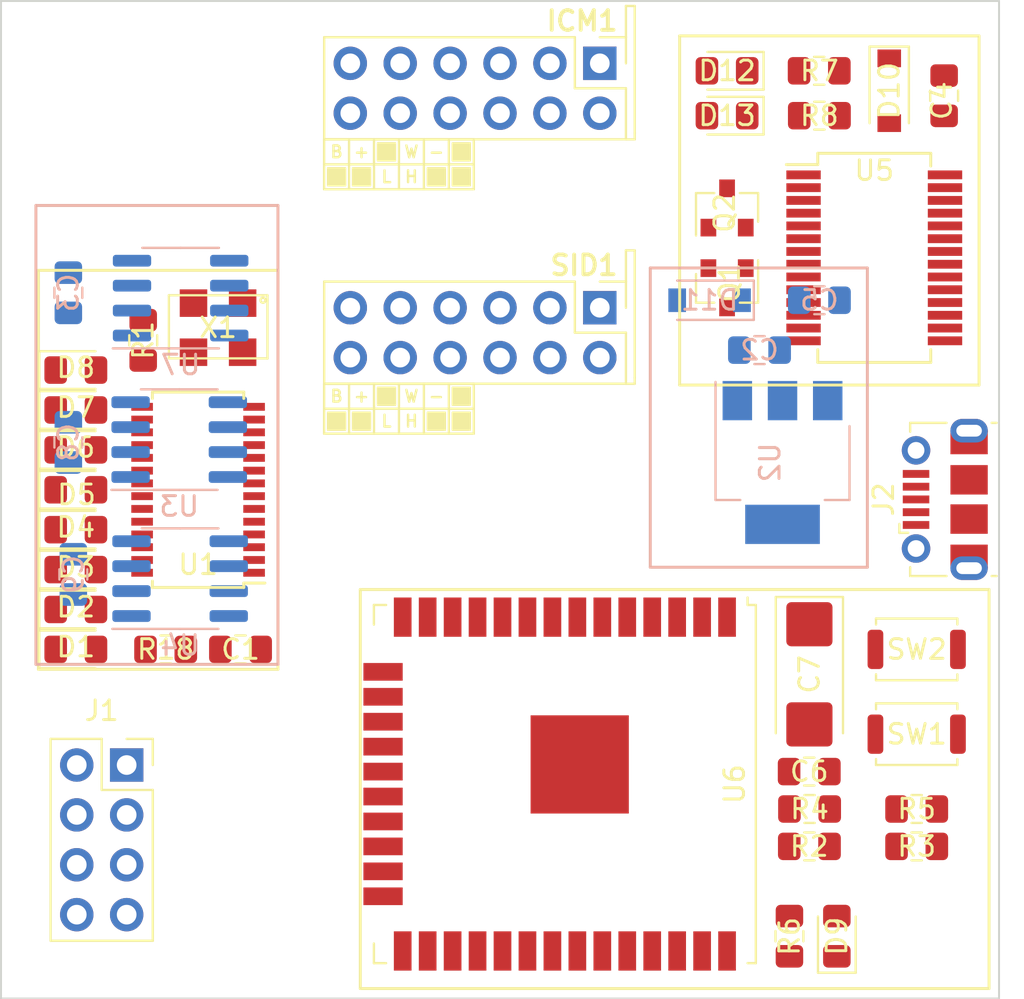
<source format=kicad_pcb>
(kicad_pcb (version 20171130) (host pcbnew 5.1.5+dfsg1-2build2)

  (general
    (thickness 1.6)
    (drawings 27)
    (tracks 0)
    (zones 0)
    (modules 47)
    (nets 50)
  )

  (page A4)
  (layers
    (0 F.Cu signal)
    (31 B.Cu signal)
    (32 B.Adhes user)
    (33 F.Adhes user)
    (34 B.Paste user)
    (35 F.Paste user)
    (36 B.SilkS user)
    (37 F.SilkS user)
    (38 B.Mask user)
    (39 F.Mask user)
    (40 Dwgs.User user)
    (41 Cmts.User user)
    (42 Eco1.User user)
    (43 Eco2.User user)
    (44 Edge.Cuts user)
    (45 Margin user)
    (46 B.CrtYd user)
    (47 F.CrtYd user)
    (48 B.Fab user)
    (49 F.Fab user)
  )

  (setup
    (last_trace_width 0.25)
    (user_trace_width 0.35)
    (user_trace_width 0.6)
    (trace_clearance 0.2)
    (zone_clearance 0.508)
    (zone_45_only no)
    (trace_min 0.2)
    (via_size 0.8)
    (via_drill 0.4)
    (via_min_size 0.4)
    (via_min_drill 0.3)
    (uvia_size 0.3)
    (uvia_drill 0.1)
    (uvias_allowed no)
    (uvia_min_size 0.2)
    (uvia_min_drill 0.1)
    (edge_width 0.1)
    (segment_width 0.2)
    (pcb_text_width 0.3)
    (pcb_text_size 1.5 1.5)
    (mod_edge_width 0.15)
    (mod_text_size 1 1)
    (mod_text_width 0.15)
    (pad_size 1.524 1.524)
    (pad_drill 0.762)
    (pad_to_mask_clearance 0)
    (aux_axis_origin 0 0)
    (visible_elements FFFFFF7F)
    (pcbplotparams
      (layerselection 0x010fc_ffffffff)
      (usegerberextensions false)
      (usegerberattributes false)
      (usegerberadvancedattributes false)
      (creategerberjobfile false)
      (excludeedgelayer true)
      (linewidth 0.100000)
      (plotframeref false)
      (viasonmask false)
      (mode 1)
      (useauxorigin false)
      (hpglpennumber 1)
      (hpglpenspeed 20)
      (hpglpendiameter 15.000000)
      (psnegative false)
      (psa4output false)
      (plotreference true)
      (plotvalue true)
      (plotinvisibletext false)
      (padsonsilk false)
      (subtractmaskfromsilk false)
      (outputformat 1)
      (mirror false)
      (drillshape 1)
      (scaleselection 1)
      (outputdirectory ""))
  )

  (net 0 "")
  (net 1 GND)
  (net 2 VDD_3.3V)
  (net 3 VIN)
  (net 4 "Net-(C4-Pad1)")
  (net 5 VBUS)
  (net 6 "Net-(D1-Pad2)")
  (net 7 "Net-(D1-Pad1)")
  (net 8 "Net-(D2-Pad2)")
  (net 9 "Net-(D3-Pad2)")
  (net 10 "Net-(D4-Pad2)")
  (net 11 "Net-(D5-Pad2)")
  (net 12 "Net-(D6-Pad2)")
  (net 13 "Net-(D7-Pad2)")
  (net 14 "Net-(D8-Pad2)")
  (net 15 "Net-(D9-Pad2)")
  (net 16 "Net-(D11-Pad2)")
  (net 17 "Net-(D12-Pad1)")
  (net 18 "Net-(D13-Pad1)")
  (net 19 "Net-(ICM1-Pad6)")
  (net 20 CAN_A_H)
  (net 21 CAN_A_L)
  (net 22 "Net-(ICM1-Pad3)")
  (net 23 RXA)
  (net 24 TXA)
  (net 25 MISO)
  (net 26 MOSI)
  (net 27 CLK)
  (net 28 CS)
  (net 29 USB_DP)
  (net 30 USB_DM)
  (net 31 RXB)
  (net 32 TXB)
  (net 33 RX_ESP32_CAN)
  (net 34 TX_ESP32_CAN)
  (net 35 RX_ESP32)
  (net 36 TX_ESP32)
  (net 37 RTS)
  (net 38 DTR)
  (net 39 IO0)
  (net 40 EN)
  (net 41 IRQ)
  (net 42 "Net-(R2-Pad2)")
  (net 43 "Net-(R3-Pad2)")
  (net 44 "Net-(R6-Pad2)")
  (net 45 "Net-(R7-Pad1)")
  (net 46 "Net-(R8-Pad1)")
  (net 47 CAN_B_L)
  (net 48 CAN_B_H)
  (net 49 XTAL1)

  (net_class Default "This is the default net class."
    (clearance 0.2)
    (trace_width 0.25)
    (via_dia 0.8)
    (via_drill 0.4)
    (uvia_dia 0.3)
    (uvia_drill 0.1)
    (add_net CAN_A_H)
    (add_net CAN_A_L)
    (add_net CAN_B_H)
    (add_net CAN_B_L)
    (add_net CLK)
    (add_net CS)
    (add_net DTR)
    (add_net EN)
    (add_net GND)
    (add_net IO0)
    (add_net IRQ)
    (add_net MISO)
    (add_net MOSI)
    (add_net "Net-(C4-Pad1)")
    (add_net "Net-(D1-Pad1)")
    (add_net "Net-(D1-Pad2)")
    (add_net "Net-(D11-Pad2)")
    (add_net "Net-(D12-Pad1)")
    (add_net "Net-(D13-Pad1)")
    (add_net "Net-(D2-Pad2)")
    (add_net "Net-(D3-Pad2)")
    (add_net "Net-(D4-Pad2)")
    (add_net "Net-(D5-Pad2)")
    (add_net "Net-(D6-Pad2)")
    (add_net "Net-(D7-Pad2)")
    (add_net "Net-(D8-Pad2)")
    (add_net "Net-(D9-Pad2)")
    (add_net "Net-(ICM1-Pad3)")
    (add_net "Net-(ICM1-Pad6)")
    (add_net "Net-(R2-Pad2)")
    (add_net "Net-(R3-Pad2)")
    (add_net "Net-(R6-Pad2)")
    (add_net "Net-(R7-Pad1)")
    (add_net "Net-(R8-Pad1)")
    (add_net RTS)
    (add_net RXA)
    (add_net RXB)
    (add_net RX_ESP32)
    (add_net RX_ESP32_CAN)
    (add_net TXA)
    (add_net TXB)
    (add_net TX_ESP32)
    (add_net TX_ESP32_CAN)
    (add_net USB_DM)
    (add_net USB_DP)
    (add_net VBUS)
    (add_net VDD_3.3V)
    (add_net VIN)
    (add_net XTAL1)
  )

  (module Resistor_SMD:R_0805_2012Metric_Pad1.15x1.40mm_HandSolder (layer F.Cu) (tedit 5B36C52B) (tstamp 5F31BE85)
    (at 115.189 65.913)
    (descr "Resistor SMD 0805 (2012 Metric), square (rectangular) end terminal, IPC_7351 nominal with elongated pad for handsoldering. (Body size source: https://docs.google.com/spreadsheets/d/1BsfQQcO9C6DZCsRaXUlFlo91Tg2WpOkGARC1WS5S8t0/edit?usp=sharing), generated with kicad-footprint-generator")
    (tags "resistor handsolder")
    (path /5F41B4D5)
    (attr smd)
    (fp_text reference R3 (at 0 0) (layer F.SilkS)
      (effects (font (size 1 1) (thickness 0.15)))
    )
    (fp_text value 470 (at 0 1.65) (layer F.Fab)
      (effects (font (size 1 1) (thickness 0.15)))
    )
    (fp_text user %R (at 0 0) (layer F.Fab)
      (effects (font (size 0.5 0.5) (thickness 0.08)))
    )
    (fp_line (start 1.85 0.95) (end -1.85 0.95) (layer F.CrtYd) (width 0.05))
    (fp_line (start 1.85 -0.95) (end 1.85 0.95) (layer F.CrtYd) (width 0.05))
    (fp_line (start -1.85 -0.95) (end 1.85 -0.95) (layer F.CrtYd) (width 0.05))
    (fp_line (start -1.85 0.95) (end -1.85 -0.95) (layer F.CrtYd) (width 0.05))
    (fp_line (start -0.261252 0.71) (end 0.261252 0.71) (layer F.SilkS) (width 0.12))
    (fp_line (start -0.261252 -0.71) (end 0.261252 -0.71) (layer F.SilkS) (width 0.12))
    (fp_line (start 1 0.6) (end -1 0.6) (layer F.Fab) (width 0.1))
    (fp_line (start 1 -0.6) (end 1 0.6) (layer F.Fab) (width 0.1))
    (fp_line (start -1 -0.6) (end 1 -0.6) (layer F.Fab) (width 0.1))
    (fp_line (start -1 0.6) (end -1 -0.6) (layer F.Fab) (width 0.1))
    (pad 2 smd roundrect (at 1.025 0) (size 1.15 1.4) (layers F.Cu F.Paste F.Mask) (roundrect_rratio 0.217391)
      (net 43 "Net-(R3-Pad2)"))
    (pad 1 smd roundrect (at -1.025 0) (size 1.15 1.4) (layers F.Cu F.Paste F.Mask) (roundrect_rratio 0.217391)
      (net 39 IO0))
    (model ${KISYS3DMOD}/Resistor_SMD.3dshapes/R_0805_2012Metric.wrl
      (at (xyz 0 0 0))
      (scale (xyz 1 1 1))
      (rotate (xyz 0 0 0))
    )
  )

  (module sid-board:SAAB_SID_CONNECTOR_HEADER (layer F.Cu) (tedit 5F323A43) (tstamp 5F31AF02)
    (at 92.71 27.178)
    (descr "Through hole straight pin header, 2x06, 2.54mm pitch, double rows")
    (tags "Through hole pin header THT 2x06 2.54mm double row")
    (path /5E210180)
    (fp_text reference ICM1 (at 7.366 -3.302) (layer F.SilkS)
      (effects (font (size 1 1) (thickness 0.2)) (justify right))
    )
    (fp_text value ICM_CONN (at 0 7.874) (layer F.Fab)
      (effects (font (size 1 1) (thickness 0.15)))
    )
    (fp_poly (pts (xy -1.524 5.08) (xy -2.413 5.08) (xy -2.413 4.191) (xy -1.524 4.191)) (layer F.SilkS) (width 0.1))
    (fp_poly (pts (xy -0.254 5.08) (xy -1.143 5.08) (xy -1.143 4.191) (xy -0.254 4.191)) (layer F.SilkS) (width 0.1))
    (fp_poly (pts (xy -0.254 3.81) (xy -1.143 3.81) (xy -1.143 2.921) (xy -0.254 2.921)) (layer F.SilkS) (width 0.1))
    (fp_poly (pts (xy -4.064 3.81) (xy -4.953 3.81) (xy -4.953 2.921) (xy -4.064 2.921)) (layer F.SilkS) (width 0.1))
    (fp_poly (pts (xy -5.334 5.08) (xy -6.223 5.08) (xy -6.223 4.191) (xy -5.334 4.191)) (layer F.SilkS) (width 0.1))
    (fp_poly (pts (xy -6.604 5.08) (xy -7.493 5.08) (xy -7.493 4.191) (xy -6.604 4.191)) (layer F.SilkS) (width 0.1))
    (fp_line (start -1.3335 5.2705) (end -1.3335 4.0005) (layer F.SilkS) (width 0.12))
    (fp_line (start -1.3335 4.0005) (end -1.3335 2.7305) (layer F.SilkS) (width 0.12))
    (fp_line (start -2.6035 4.0005) (end -2.6035 5.2705) (layer F.SilkS) (width 0.12))
    (fp_line (start -2.6035 2.7305) (end -2.6035 4.0005) (layer F.SilkS) (width 0.12))
    (fp_line (start -3.8735 4.0005) (end -3.8735 5.2705) (layer F.SilkS) (width 0.12))
    (fp_line (start -3.8735 2.7305) (end -3.8735 4.0005) (layer F.SilkS) (width 0.12))
    (fp_line (start -5.1435 2.7305) (end -5.1435 4.0005) (layer F.SilkS) (width 0.12))
    (fp_line (start -5.1435 4.0005) (end -5.1435 5.2705) (layer F.SilkS) (width 0.12))
    (fp_line (start -6.4135 5.2705) (end -6.4135 2.7305) (layer F.SilkS) (width 0.12))
    (fp_line (start -7.6835 4.0005) (end -0.0635 4.0005) (layer F.SilkS) (width 0.12))
    (fp_line (start -7.6835 2.7305) (end -0.0635 2.7305) (layer F.SilkS) (width 0.12))
    (fp_line (start -7.6835 5.2705) (end -7.6835 2.7305) (layer F.SilkS) (width 0.12))
    (fp_line (start -0.0635 5.2705) (end -7.6835 5.2705) (layer F.SilkS) (width 0.12))
    (fp_line (start -0.0635 2.7305) (end -0.0635 5.2705) (layer F.SilkS) (width 0.12))
    (fp_text user H (at -3.2385 4.6355 180) (layer F.SilkS)
      (effects (font (size 0.6 0.6) (thickness 0.125)))
    )
    (fp_text user L (at -4.5085 4.6355) (layer F.SilkS)
      (effects (font (size 0.6 0.6) (thickness 0.125)))
    )
    (fp_text user B (at -7.0485 3.3655 180) (layer F.SilkS)
      (effects (font (size 0.6 0.6) (thickness 0.125)))
    )
    (fp_text user + (at -5.7785 3.3655 180) (layer F.SilkS)
      (effects (font (size 0.6 0.6) (thickness 0.125)))
    )
    (fp_text user W (at -3.2385 3.3655 180) (layer F.SilkS)
      (effects (font (size 0.6 0.6) (thickness 0.125)))
    )
    (fp_text user - (at -1.9685 3.3655 180) (layer F.SilkS)
      (effects (font (size 0.6 0.6) (thickness 0.125)))
    )
    (fp_line (start 8.128 2.7305) (end 8.128 2.413) (layer F.SilkS) (width 0.12))
    (fp_line (start 7.68 2.7305) (end 8.128 2.7305) (layer F.SilkS) (width 0.12))
    (fp_line (start 8.128 -4.064) (end 8.128 2.413) (layer F.SilkS) (width 0.12))
    (fp_line (start 7.68 -4.064) (end 8.128 -4.064) (layer F.SilkS) (width 0.12))
    (fp_line (start 7.68 -2.473) (end 7.68 -4.064) (layer F.SilkS) (width 0.12))
    (fp_text user %R (at 0 0.127) (layer F.Fab)
      (effects (font (size 1 1) (thickness 0.15)))
    )
    (fp_line (start 8.15 3.207) (end 8.15 -2.943) (layer F.CrtYd) (width 0.05))
    (fp_line (start -8.15 3.207) (end 8.15 3.207) (layer F.CrtYd) (width 0.05))
    (fp_line (start -8.15 -2.943) (end -8.15 3.207) (layer F.CrtYd) (width 0.05))
    (fp_line (start 8.15 -2.943) (end -8.15 -2.943) (layer F.CrtYd) (width 0.05))
    (fp_line (start 7.68 -2.473) (end 7.68 -1.143) (layer F.SilkS) (width 0.12))
    (fp_line (start 6.35 -2.473) (end 7.68 -2.473) (layer F.SilkS) (width 0.12))
    (fp_line (start 7.68 0.127) (end 7.68 2.727) (layer F.SilkS) (width 0.12))
    (fp_line (start 5.08 0.127) (end 7.68 0.127) (layer F.SilkS) (width 0.12))
    (fp_line (start 5.08 -2.473) (end 5.08 0.127) (layer F.SilkS) (width 0.12))
    (fp_line (start 7.68 2.727) (end -7.68 2.727) (layer F.SilkS) (width 0.12))
    (fp_line (start 5.08 -2.473) (end -7.68 -2.473) (layer F.SilkS) (width 0.12))
    (fp_line (start -7.68 -2.473) (end -7.68 2.727) (layer F.SilkS) (width 0.12))
    (fp_line (start 6.35 -2.413) (end 7.62 -1.143) (layer F.Fab) (width 0.1))
    (fp_line (start -7.62 -2.413) (end 6.35 -2.413) (layer F.Fab) (width 0.1))
    (fp_line (start -7.62 2.667) (end -7.62 -2.413) (layer F.Fab) (width 0.1))
    (fp_line (start 7.62 2.667) (end -7.62 2.667) (layer F.Fab) (width 0.1))
    (fp_line (start 7.62 -1.143) (end 7.62 2.667) (layer F.Fab) (width 0.1))
    (pad 7 thru_hole oval (at -6.35 1.397 270) (size 1.7 1.7) (drill 1) (layers *.Cu *.Mask))
    (pad 6 thru_hole oval (at -6.35 -1.143 270) (size 1.7 1.7) (drill 1) (layers *.Cu *.Mask)
      (net 19 "Net-(ICM1-Pad6)"))
    (pad 8 thru_hole oval (at -3.81 1.397 270) (size 1.7 1.7) (drill 1) (layers *.Cu *.Mask))
    (pad 5 thru_hole oval (at -3.81 -1.143 270) (size 1.7 1.7) (drill 1) (layers *.Cu *.Mask)
      (net 16 "Net-(D11-Pad2)"))
    (pad 9 thru_hole oval (at -1.27 1.397 270) (size 1.7 1.7) (drill 1) (layers *.Cu *.Mask)
      (net 21 CAN_A_L))
    (pad 4 thru_hole oval (at -1.27 -1.143 270) (size 1.7 1.7) (drill 1) (layers *.Cu *.Mask))
    (pad 10 thru_hole oval (at 1.27 1.397 270) (size 1.7 1.7) (drill 1) (layers *.Cu *.Mask)
      (net 20 CAN_A_H))
    (pad 3 thru_hole oval (at 1.27 -1.143 270) (size 1.7 1.7) (drill 1) (layers *.Cu *.Mask)
      (net 22 "Net-(ICM1-Pad3)"))
    (pad 11 thru_hole oval (at 3.81 1.397 270) (size 1.7 1.7) (drill 1) (layers *.Cu *.Mask))
    (pad 2 thru_hole oval (at 3.81 -1.143 270) (size 1.7 1.7) (drill 1) (layers *.Cu *.Mask)
      (net 1 GND))
    (pad 12 thru_hole oval (at 6.35 1.397 270) (size 1.7 1.7) (drill 1) (layers *.Cu *.Mask))
    (pad 1 thru_hole rect (at 6.35 -1.143 270) (size 1.7 1.7) (drill 1) (layers *.Cu *.Mask))
    (model ${KISYS3DMOD}/Connector_PinHeader_2.54mm.3dshapes/PinHeader_2x06_P2.54mm_Horizontal.wrl
      (offset (xyz -6.35 -1.4 0))
      (scale (xyz 1 1 1))
      (rotate (xyz 0 0 -90))
    )
  )

  (module sid-board:SAAB_SID_CONNECTOR_HEADER (layer F.Cu) (tedit 5F323A43) (tstamp 5F324E9E)
    (at 92.71 39.624)
    (descr "Through hole straight pin header, 2x06, 2.54mm pitch, double rows")
    (tags "Through hole pin header THT 2x06 2.54mm double row")
    (path /5E211BEE)
    (fp_text reference SID1 (at 7.366 -3.302) (layer F.SilkS)
      (effects (font (size 1 1) (thickness 0.2)) (justify right))
    )
    (fp_text value SID_CONN (at 0 7.874) (layer F.Fab)
      (effects (font (size 1 1) (thickness 0.15)))
    )
    (fp_poly (pts (xy -1.524 5.08) (xy -2.413 5.08) (xy -2.413 4.191) (xy -1.524 4.191)) (layer F.SilkS) (width 0.1))
    (fp_poly (pts (xy -0.254 5.08) (xy -1.143 5.08) (xy -1.143 4.191) (xy -0.254 4.191)) (layer F.SilkS) (width 0.1))
    (fp_poly (pts (xy -0.254 3.81) (xy -1.143 3.81) (xy -1.143 2.921) (xy -0.254 2.921)) (layer F.SilkS) (width 0.1))
    (fp_poly (pts (xy -4.064 3.81) (xy -4.953 3.81) (xy -4.953 2.921) (xy -4.064 2.921)) (layer F.SilkS) (width 0.1))
    (fp_poly (pts (xy -5.334 5.08) (xy -6.223 5.08) (xy -6.223 4.191) (xy -5.334 4.191)) (layer F.SilkS) (width 0.1))
    (fp_poly (pts (xy -6.604 5.08) (xy -7.493 5.08) (xy -7.493 4.191) (xy -6.604 4.191)) (layer F.SilkS) (width 0.1))
    (fp_line (start -1.3335 5.2705) (end -1.3335 4.0005) (layer F.SilkS) (width 0.12))
    (fp_line (start -1.3335 4.0005) (end -1.3335 2.7305) (layer F.SilkS) (width 0.12))
    (fp_line (start -2.6035 4.0005) (end -2.6035 5.2705) (layer F.SilkS) (width 0.12))
    (fp_line (start -2.6035 2.7305) (end -2.6035 4.0005) (layer F.SilkS) (width 0.12))
    (fp_line (start -3.8735 4.0005) (end -3.8735 5.2705) (layer F.SilkS) (width 0.12))
    (fp_line (start -3.8735 2.7305) (end -3.8735 4.0005) (layer F.SilkS) (width 0.12))
    (fp_line (start -5.1435 2.7305) (end -5.1435 4.0005) (layer F.SilkS) (width 0.12))
    (fp_line (start -5.1435 4.0005) (end -5.1435 5.2705) (layer F.SilkS) (width 0.12))
    (fp_line (start -6.4135 5.2705) (end -6.4135 2.7305) (layer F.SilkS) (width 0.12))
    (fp_line (start -7.6835 4.0005) (end -0.0635 4.0005) (layer F.SilkS) (width 0.12))
    (fp_line (start -7.6835 2.7305) (end -0.0635 2.7305) (layer F.SilkS) (width 0.12))
    (fp_line (start -7.6835 5.2705) (end -7.6835 2.7305) (layer F.SilkS) (width 0.12))
    (fp_line (start -0.0635 5.2705) (end -7.6835 5.2705) (layer F.SilkS) (width 0.12))
    (fp_line (start -0.0635 2.7305) (end -0.0635 5.2705) (layer F.SilkS) (width 0.12))
    (fp_text user H (at -3.2385 4.6355 180) (layer F.SilkS)
      (effects (font (size 0.6 0.6) (thickness 0.125)))
    )
    (fp_text user L (at -4.5085 4.6355) (layer F.SilkS)
      (effects (font (size 0.6 0.6) (thickness 0.125)))
    )
    (fp_text user B (at -7.0485 3.3655 180) (layer F.SilkS)
      (effects (font (size 0.6 0.6) (thickness 0.125)))
    )
    (fp_text user + (at -5.7785 3.3655 180) (layer F.SilkS)
      (effects (font (size 0.6 0.6) (thickness 0.125)))
    )
    (fp_text user W (at -3.2385 3.3655 180) (layer F.SilkS)
      (effects (font (size 0.6 0.6) (thickness 0.125)))
    )
    (fp_text user - (at -1.9685 3.3655 180) (layer F.SilkS)
      (effects (font (size 0.6 0.6) (thickness 0.125)))
    )
    (fp_line (start 8.128 2.7305) (end 8.128 2.413) (layer F.SilkS) (width 0.12))
    (fp_line (start 7.68 2.7305) (end 8.128 2.7305) (layer F.SilkS) (width 0.12))
    (fp_line (start 8.128 -4.064) (end 8.128 2.413) (layer F.SilkS) (width 0.12))
    (fp_line (start 7.68 -4.064) (end 8.128 -4.064) (layer F.SilkS) (width 0.12))
    (fp_line (start 7.68 -2.473) (end 7.68 -4.064) (layer F.SilkS) (width 0.12))
    (fp_text user %R (at 0 0.127) (layer F.Fab)
      (effects (font (size 1 1) (thickness 0.15)))
    )
    (fp_line (start 8.15 3.207) (end 8.15 -2.943) (layer F.CrtYd) (width 0.05))
    (fp_line (start -8.15 3.207) (end 8.15 3.207) (layer F.CrtYd) (width 0.05))
    (fp_line (start -8.15 -2.943) (end -8.15 3.207) (layer F.CrtYd) (width 0.05))
    (fp_line (start 8.15 -2.943) (end -8.15 -2.943) (layer F.CrtYd) (width 0.05))
    (fp_line (start 7.68 -2.473) (end 7.68 -1.143) (layer F.SilkS) (width 0.12))
    (fp_line (start 6.35 -2.473) (end 7.68 -2.473) (layer F.SilkS) (width 0.12))
    (fp_line (start 7.68 0.127) (end 7.68 2.727) (layer F.SilkS) (width 0.12))
    (fp_line (start 5.08 0.127) (end 7.68 0.127) (layer F.SilkS) (width 0.12))
    (fp_line (start 5.08 -2.473) (end 5.08 0.127) (layer F.SilkS) (width 0.12))
    (fp_line (start 7.68 2.727) (end -7.68 2.727) (layer F.SilkS) (width 0.12))
    (fp_line (start 5.08 -2.473) (end -7.68 -2.473) (layer F.SilkS) (width 0.12))
    (fp_line (start -7.68 -2.473) (end -7.68 2.727) (layer F.SilkS) (width 0.12))
    (fp_line (start 6.35 -2.413) (end 7.62 -1.143) (layer F.Fab) (width 0.1))
    (fp_line (start -7.62 -2.413) (end 6.35 -2.413) (layer F.Fab) (width 0.1))
    (fp_line (start -7.62 2.667) (end -7.62 -2.413) (layer F.Fab) (width 0.1))
    (fp_line (start 7.62 2.667) (end -7.62 2.667) (layer F.Fab) (width 0.1))
    (fp_line (start 7.62 -1.143) (end 7.62 2.667) (layer F.Fab) (width 0.1))
    (pad 7 thru_hole oval (at -6.35 1.397 270) (size 1.7 1.7) (drill 1) (layers *.Cu *.Mask))
    (pad 6 thru_hole oval (at -6.35 -1.143 270) (size 1.7 1.7) (drill 1) (layers *.Cu *.Mask)
      (net 19 "Net-(ICM1-Pad6)"))
    (pad 8 thru_hole oval (at -3.81 1.397 270) (size 1.7 1.7) (drill 1) (layers *.Cu *.Mask))
    (pad 5 thru_hole oval (at -3.81 -1.143 270) (size 1.7 1.7) (drill 1) (layers *.Cu *.Mask)
      (net 16 "Net-(D11-Pad2)"))
    (pad 9 thru_hole oval (at -1.27 1.397 270) (size 1.7 1.7) (drill 1) (layers *.Cu *.Mask)
      (net 47 CAN_B_L))
    (pad 4 thru_hole oval (at -1.27 -1.143 270) (size 1.7 1.7) (drill 1) (layers *.Cu *.Mask))
    (pad 10 thru_hole oval (at 1.27 1.397 270) (size 1.7 1.7) (drill 1) (layers *.Cu *.Mask)
      (net 48 CAN_B_H))
    (pad 3 thru_hole oval (at 1.27 -1.143 270) (size 1.7 1.7) (drill 1) (layers *.Cu *.Mask)
      (net 22 "Net-(ICM1-Pad3)"))
    (pad 11 thru_hole oval (at 3.81 1.397 270) (size 1.7 1.7) (drill 1) (layers *.Cu *.Mask))
    (pad 2 thru_hole oval (at 3.81 -1.143 270) (size 1.7 1.7) (drill 1) (layers *.Cu *.Mask)
      (net 1 GND))
    (pad 12 thru_hole oval (at 6.35 1.397 270) (size 1.7 1.7) (drill 1) (layers *.Cu *.Mask))
    (pad 1 thru_hole rect (at 6.35 -1.143 270) (size 1.7 1.7) (drill 1) (layers *.Cu *.Mask))
    (model ${KISYS3DMOD}/Connector_PinHeader_2.54mm.3dshapes/PinHeader_2x06_P2.54mm_Horizontal.wrl
      (offset (xyz -6.35 -1.4 0))
      (scale (xyz 1 1 1))
      (rotate (xyz 0 0 -90))
    )
  )

  (module Resistor_SMD:R_0805_2012Metric_Pad1.15x1.40mm_HandSolder (layer F.Cu) (tedit 5B36C52B) (tstamp 5F31AF8C)
    (at 75.819 40.141 90)
    (descr "Resistor SMD 0805 (2012 Metric), square (rectangular) end terminal, IPC_7351 nominal with elongated pad for handsoldering. (Body size source: https://docs.google.com/spreadsheets/d/1BsfQQcO9C6DZCsRaXUlFlo91Tg2WpOkGARC1WS5S8t0/edit?usp=sharing), generated with kicad-footprint-generator")
    (tags "resistor handsolder")
    (path /5E32A99C)
    (attr smd)
    (fp_text reference R1 (at 0 0 90) (layer F.SilkS)
      (effects (font (size 1 1) (thickness 0.15)))
    )
    (fp_text value 1K (at 0 1.65 90) (layer F.Fab)
      (effects (font (size 1 1) (thickness 0.15)))
    )
    (fp_line (start -1 0.6) (end -1 -0.6) (layer F.Fab) (width 0.1))
    (fp_line (start -1 -0.6) (end 1 -0.6) (layer F.Fab) (width 0.1))
    (fp_line (start 1 -0.6) (end 1 0.6) (layer F.Fab) (width 0.1))
    (fp_line (start 1 0.6) (end -1 0.6) (layer F.Fab) (width 0.1))
    (fp_line (start -0.261252 -0.71) (end 0.261252 -0.71) (layer F.SilkS) (width 0.12))
    (fp_line (start -0.261252 0.71) (end 0.261252 0.71) (layer F.SilkS) (width 0.12))
    (fp_line (start -1.85 0.95) (end -1.85 -0.95) (layer F.CrtYd) (width 0.05))
    (fp_line (start -1.85 -0.95) (end 1.85 -0.95) (layer F.CrtYd) (width 0.05))
    (fp_line (start 1.85 -0.95) (end 1.85 0.95) (layer F.CrtYd) (width 0.05))
    (fp_line (start 1.85 0.95) (end -1.85 0.95) (layer F.CrtYd) (width 0.05))
    (fp_text user %R (at 0 0 90) (layer F.Fab)
      (effects (font (size 0.5 0.5) (thickness 0.08)))
    )
    (pad 1 smd roundrect (at -1.025 0 90) (size 1.15 1.4) (layers F.Cu F.Paste F.Mask) (roundrect_rratio 0.217391)
      (net 41 IRQ))
    (pad 2 smd roundrect (at 1.025 0 90) (size 1.15 1.4) (layers F.Cu F.Paste F.Mask) (roundrect_rratio 0.217391)
      (net 2 VDD_3.3V))
    (model ${KISYS3DMOD}/Resistor_SMD.3dshapes/R_0805_2012Metric.wrl
      (at (xyz 0 0 0))
      (scale (xyz 1 1 1))
      (rotate (xyz 0 0 0))
    )
  )

  (module Resistor_SMD:R_0805_2012Metric_Pad1.15x1.40mm_HandSolder (layer F.Cu) (tedit 5B36C52B) (tstamp 5F31BEB5)
    (at 108.712 70.485 270)
    (descr "Resistor SMD 0805 (2012 Metric), square (rectangular) end terminal, IPC_7351 nominal with elongated pad for handsoldering. (Body size source: https://docs.google.com/spreadsheets/d/1BsfQQcO9C6DZCsRaXUlFlo91Tg2WpOkGARC1WS5S8t0/edit?usp=sharing), generated with kicad-footprint-generator")
    (tags "resistor handsolder")
    (path /5F457718)
    (attr smd)
    (fp_text reference R6 (at 0.009 0 90) (layer F.SilkS)
      (effects (font (size 1 1) (thickness 0.15)))
    )
    (fp_text value 470 (at 0 1.65 90) (layer F.Fab)
      (effects (font (size 1 1) (thickness 0.15)))
    )
    (fp_text user %R (at 0 0 90) (layer F.Fab)
      (effects (font (size 0.5 0.5) (thickness 0.08)))
    )
    (fp_line (start 1.85 0.95) (end -1.85 0.95) (layer F.CrtYd) (width 0.05))
    (fp_line (start 1.85 -0.95) (end 1.85 0.95) (layer F.CrtYd) (width 0.05))
    (fp_line (start -1.85 -0.95) (end 1.85 -0.95) (layer F.CrtYd) (width 0.05))
    (fp_line (start -1.85 0.95) (end -1.85 -0.95) (layer F.CrtYd) (width 0.05))
    (fp_line (start -0.261252 0.71) (end 0.261252 0.71) (layer F.SilkS) (width 0.12))
    (fp_line (start -0.261252 -0.71) (end 0.261252 -0.71) (layer F.SilkS) (width 0.12))
    (fp_line (start 1 0.6) (end -1 0.6) (layer F.Fab) (width 0.1))
    (fp_line (start 1 -0.6) (end 1 0.6) (layer F.Fab) (width 0.1))
    (fp_line (start -1 -0.6) (end 1 -0.6) (layer F.Fab) (width 0.1))
    (fp_line (start -1 0.6) (end -1 -0.6) (layer F.Fab) (width 0.1))
    (pad 2 smd roundrect (at 1.025 0 270) (size 1.15 1.4) (layers F.Cu F.Paste F.Mask) (roundrect_rratio 0.217391)
      (net 44 "Net-(R6-Pad2)"))
    (pad 1 smd roundrect (at -1.025 0 270) (size 1.15 1.4) (layers F.Cu F.Paste F.Mask) (roundrect_rratio 0.217391)
      (net 15 "Net-(D9-Pad2)"))
    (model ${KISYS3DMOD}/Resistor_SMD.3dshapes/R_0805_2012Metric.wrl
      (at (xyz 0 0 0))
      (scale (xyz 1 1 1))
      (rotate (xyz 0 0 0))
    )
  )

  (module Diode_SMD:D_SOD-123 (layer F.Cu) (tedit 58645DC7) (tstamp 5F31AF64)
    (at 113.792 27.432 270)
    (descr SOD-123)
    (tags SOD-123)
    (path /5F43801F)
    (attr smd)
    (fp_text reference D10 (at 0 0 270) (layer F.SilkS)
      (effects (font (size 1 1) (thickness 0.15)))
    )
    (fp_text value 1N5819 (at 0 0 270) (layer F.Fab)
      (effects (font (size 1 1) (thickness 0.15)))
    )
    (fp_line (start -2.25 -1) (end 1.65 -1) (layer F.SilkS) (width 0.12))
    (fp_line (start -2.25 1) (end 1.65 1) (layer F.SilkS) (width 0.12))
    (fp_line (start -2.35 -1.15) (end -2.35 1.15) (layer F.CrtYd) (width 0.05))
    (fp_line (start 2.35 1.15) (end -2.35 1.15) (layer F.CrtYd) (width 0.05))
    (fp_line (start 2.35 -1.15) (end 2.35 1.15) (layer F.CrtYd) (width 0.05))
    (fp_line (start -2.35 -1.15) (end 2.35 -1.15) (layer F.CrtYd) (width 0.05))
    (fp_line (start -1.4 -0.9) (end 1.4 -0.9) (layer F.Fab) (width 0.1))
    (fp_line (start 1.4 -0.9) (end 1.4 0.9) (layer F.Fab) (width 0.1))
    (fp_line (start 1.4 0.9) (end -1.4 0.9) (layer F.Fab) (width 0.1))
    (fp_line (start -1.4 0.9) (end -1.4 -0.9) (layer F.Fab) (width 0.1))
    (fp_line (start -0.75 0) (end -0.35 0) (layer F.Fab) (width 0.1))
    (fp_line (start -0.35 0) (end -0.35 -0.55) (layer F.Fab) (width 0.1))
    (fp_line (start -0.35 0) (end -0.35 0.55) (layer F.Fab) (width 0.1))
    (fp_line (start -0.35 0) (end 0.25 -0.4) (layer F.Fab) (width 0.1))
    (fp_line (start 0.25 -0.4) (end 0.25 0.4) (layer F.Fab) (width 0.1))
    (fp_line (start 0.25 0.4) (end -0.35 0) (layer F.Fab) (width 0.1))
    (fp_line (start 0.25 0) (end 0.75 0) (layer F.Fab) (width 0.1))
    (fp_line (start -2.25 -1) (end -2.25 1) (layer F.SilkS) (width 0.12))
    (fp_text user %R (at 0.25 0 270) (layer F.Fab)
      (effects (font (size 1 1) (thickness 0.15)))
    )
    (pad 2 smd rect (at 1.65 0 270) (size 0.9 1.2) (layers F.Cu F.Paste F.Mask)
      (net 5 VBUS))
    (pad 1 smd rect (at -1.65 0 270) (size 0.9 1.2) (layers F.Cu F.Paste F.Mask)
      (net 3 VIN))
    (model ${KISYS3DMOD}/Diode_SMD.3dshapes/D_SOD-123.wrl
      (at (xyz 0 0 0))
      (scale (xyz 1 1 1))
      (rotate (xyz 0 0 0))
    )
  )

  (module LED_SMD:LED_0805_2012Metric_Pad1.15x1.40mm_HandSolder (layer F.Cu) (tedit 5B4B45C9) (tstamp 5F31AF52)
    (at 72.39 41.656)
    (descr "LED SMD 0805 (2012 Metric), square (rectangular) end terminal, IPC_7351 nominal, (Body size source: https://docs.google.com/spreadsheets/d/1BsfQQcO9C6DZCsRaXUlFlo91Tg2WpOkGARC1WS5S8t0/edit?usp=sharing), generated with kicad-footprint-generator")
    (tags "LED handsolder")
    (path /5E52B939)
    (attr smd)
    (fp_text reference D8 (at 0 -0.126) (layer F.SilkS)
      (effects (font (size 1 1) (thickness 0.15)))
    )
    (fp_text value LED0 (at 0 0.254) (layer F.Fab)
      (effects (font (size 1 1) (thickness 0.15)))
    )
    (fp_text user %R (at 0 0) (layer F.Fab)
      (effects (font (size 0.5 0.5) (thickness 0.08)))
    )
    (fp_line (start 1.85 0.95) (end -1.85 0.95) (layer F.CrtYd) (width 0.05))
    (fp_line (start 1.85 -0.95) (end 1.85 0.95) (layer F.CrtYd) (width 0.05))
    (fp_line (start -1.85 -0.95) (end 1.85 -0.95) (layer F.CrtYd) (width 0.05))
    (fp_line (start -1.85 0.95) (end -1.85 -0.95) (layer F.CrtYd) (width 0.05))
    (fp_line (start -1.86 0.96) (end 1 0.96) (layer F.SilkS) (width 0.12))
    (fp_line (start -1.86 -0.96) (end -1.86 0.96) (layer F.SilkS) (width 0.12))
    (fp_line (start 1 -0.96) (end -1.86 -0.96) (layer F.SilkS) (width 0.12))
    (fp_line (start 1 0.6) (end 1 -0.6) (layer F.Fab) (width 0.1))
    (fp_line (start -1 0.6) (end 1 0.6) (layer F.Fab) (width 0.1))
    (fp_line (start -1 -0.3) (end -1 0.6) (layer F.Fab) (width 0.1))
    (fp_line (start -0.7 -0.6) (end -1 -0.3) (layer F.Fab) (width 0.1))
    (fp_line (start 1 -0.6) (end -0.7 -0.6) (layer F.Fab) (width 0.1))
    (pad 2 smd roundrect (at 1.025 0) (size 1.15 1.4) (layers F.Cu F.Paste F.Mask) (roundrect_rratio 0.217391)
      (net 14 "Net-(D8-Pad2)"))
    (pad 1 smd roundrect (at -1.025 0) (size 1.15 1.4) (layers F.Cu F.Paste F.Mask) (roundrect_rratio 0.217391)
      (net 7 "Net-(D1-Pad1)"))
    (model ${KISYS3DMOD}/LED_SMD.3dshapes/LED_0805_2012Metric.wrl
      (at (xyz 0 0 0))
      (scale (xyz 1 1 1))
      (rotate (xyz 0 0 0))
    )
  )

  (module LED_SMD:LED_0805_2012Metric_Pad1.15x1.40mm_HandSolder (layer F.Cu) (tedit 5B4B45C9) (tstamp 5F31BF17)
    (at 111.125 70.485 90)
    (descr "LED SMD 0805 (2012 Metric), square (rectangular) end terminal, IPC_7351 nominal, (Body size source: https://docs.google.com/spreadsheets/d/1BsfQQcO9C6DZCsRaXUlFlo91Tg2WpOkGARC1WS5S8t0/edit?usp=sharing), generated with kicad-footprint-generator")
    (tags "LED handsolder")
    (path /5F455DEF)
    (attr smd)
    (fp_text reference D9 (at 0 0 90) (layer F.SilkS)
      (effects (font (size 1 1) (thickness 0.15)))
    )
    (fp_text value LED_IO2 (at 0 1.65 90) (layer F.Fab)
      (effects (font (size 1 1) (thickness 0.15)))
    )
    (fp_line (start 1 -0.6) (end -0.7 -0.6) (layer F.Fab) (width 0.1))
    (fp_line (start -0.7 -0.6) (end -1 -0.3) (layer F.Fab) (width 0.1))
    (fp_line (start -1 -0.3) (end -1 0.6) (layer F.Fab) (width 0.1))
    (fp_line (start -1 0.6) (end 1 0.6) (layer F.Fab) (width 0.1))
    (fp_line (start 1 0.6) (end 1 -0.6) (layer F.Fab) (width 0.1))
    (fp_line (start 1 -0.96) (end -1.86 -0.96) (layer F.SilkS) (width 0.12))
    (fp_line (start -1.86 -0.96) (end -1.86 0.96) (layer F.SilkS) (width 0.12))
    (fp_line (start -1.86 0.96) (end 1 0.96) (layer F.SilkS) (width 0.12))
    (fp_line (start -1.85 0.95) (end -1.85 -0.95) (layer F.CrtYd) (width 0.05))
    (fp_line (start -1.85 -0.95) (end 1.85 -0.95) (layer F.CrtYd) (width 0.05))
    (fp_line (start 1.85 -0.95) (end 1.85 0.95) (layer F.CrtYd) (width 0.05))
    (fp_line (start 1.85 0.95) (end -1.85 0.95) (layer F.CrtYd) (width 0.05))
    (fp_text user %R (at 0 0 90) (layer F.Fab)
      (effects (font (size 0.5 0.5) (thickness 0.08)))
    )
    (pad 1 smd roundrect (at -1.025 0 90) (size 1.15 1.4) (layers F.Cu F.Paste F.Mask) (roundrect_rratio 0.217391)
      (net 1 GND))
    (pad 2 smd roundrect (at 1.025 0 90) (size 1.15 1.4) (layers F.Cu F.Paste F.Mask) (roundrect_rratio 0.217391)
      (net 15 "Net-(D9-Pad2)"))
    (model ${KISYS3DMOD}/LED_SMD.3dshapes/LED_0805_2012Metric.wrl
      (at (xyz 0 0 0))
      (scale (xyz 1 1 1))
      (rotate (xyz 0 0 0))
    )
  )

  (module LED_SMD:LED_0805_2012Metric_Pad1.15x1.40mm_HandSolder (layer F.Cu) (tedit 5B4B45C9) (tstamp 5F31AF2E)
    (at 72.39 55.88)
    (descr "LED SMD 0805 (2012 Metric), square (rectangular) end terminal, IPC_7351 nominal, (Body size source: https://docs.google.com/spreadsheets/d/1BsfQQcO9C6DZCsRaXUlFlo91Tg2WpOkGARC1WS5S8t0/edit?usp=sharing), generated with kicad-footprint-generator")
    (tags "LED handsolder")
    (path /5E524EBA)
    (attr smd)
    (fp_text reference D1 (at 0 -0.126) (layer F.SilkS)
      (effects (font (size 1 1) (thickness 0.15)))
    )
    (fp_text value LED7 (at 0 1.65) (layer F.Fab)
      (effects (font (size 1 1) (thickness 0.15)))
    )
    (fp_text user %R (at 0 0) (layer F.Fab)
      (effects (font (size 0.5 0.5) (thickness 0.08)))
    )
    (fp_line (start 1.85 0.95) (end -1.85 0.95) (layer F.CrtYd) (width 0.05))
    (fp_line (start 1.85 -0.95) (end 1.85 0.95) (layer F.CrtYd) (width 0.05))
    (fp_line (start -1.85 -0.95) (end 1.85 -0.95) (layer F.CrtYd) (width 0.05))
    (fp_line (start -1.85 0.95) (end -1.85 -0.95) (layer F.CrtYd) (width 0.05))
    (fp_line (start -1.86 0.96) (end 1 0.96) (layer F.SilkS) (width 0.12))
    (fp_line (start -1.86 -0.96) (end -1.86 0.96) (layer F.SilkS) (width 0.12))
    (fp_line (start 1 -0.96) (end -1.86 -0.96) (layer F.SilkS) (width 0.12))
    (fp_line (start 1 0.6) (end 1 -0.6) (layer F.Fab) (width 0.1))
    (fp_line (start -1 0.6) (end 1 0.6) (layer F.Fab) (width 0.1))
    (fp_line (start -1 -0.3) (end -1 0.6) (layer F.Fab) (width 0.1))
    (fp_line (start -0.7 -0.6) (end -1 -0.3) (layer F.Fab) (width 0.1))
    (fp_line (start 1 -0.6) (end -0.7 -0.6) (layer F.Fab) (width 0.1))
    (pad 2 smd roundrect (at 1.025 0) (size 1.15 1.4) (layers F.Cu F.Paste F.Mask) (roundrect_rratio 0.217391)
      (net 6 "Net-(D1-Pad2)"))
    (pad 1 smd roundrect (at -1.025 0) (size 1.15 1.4) (layers F.Cu F.Paste F.Mask) (roundrect_rratio 0.217391)
      (net 7 "Net-(D1-Pad1)"))
    (model ${KISYS3DMOD}/LED_SMD.3dshapes/LED_0805_2012Metric.wrl
      (at (xyz 0 0 0))
      (scale (xyz 1 1 1))
      (rotate (xyz 0 0 0))
    )
  )

  (module Package_SO:SOIC-8_3.9x4.9mm_P1.27mm (layer B.Cu) (tedit 5D9F72B1) (tstamp 5F3206B8)
    (at 77.698175 52.27642)
    (descr "SOIC, 8 Pin (JEDEC MS-012AA, https://www.analog.com/media/en/package-pcb-resources/package/pkg_pdf/soic_narrow-r/r_8.pdf), generated with kicad-footprint-generator ipc_gullwing_generator.py")
    (tags "SOIC SO")
    (path /5F3722CE)
    (attr smd)
    (fp_text reference U4 (at 0 3.4) (layer B.SilkS)
      (effects (font (size 1 1) (thickness 0.15)) (justify mirror))
    )
    (fp_text value SN65HVD232 (at 0 -3.4) (layer B.Fab)
      (effects (font (size 1 1) (thickness 0.15)) (justify mirror))
    )
    (fp_line (start 0 -2.56) (end 1.95 -2.56) (layer B.SilkS) (width 0.12))
    (fp_line (start 0 -2.56) (end -1.95 -2.56) (layer B.SilkS) (width 0.12))
    (fp_line (start 0 2.56) (end 1.95 2.56) (layer B.SilkS) (width 0.12))
    (fp_line (start 0 2.56) (end -3.45 2.56) (layer B.SilkS) (width 0.12))
    (fp_line (start -0.975 2.45) (end 1.95 2.45) (layer B.Fab) (width 0.1))
    (fp_line (start 1.95 2.45) (end 1.95 -2.45) (layer B.Fab) (width 0.1))
    (fp_line (start 1.95 -2.45) (end -1.95 -2.45) (layer B.Fab) (width 0.1))
    (fp_line (start -1.95 -2.45) (end -1.95 1.475) (layer B.Fab) (width 0.1))
    (fp_line (start -1.95 1.475) (end -0.975 2.45) (layer B.Fab) (width 0.1))
    (fp_line (start -3.7 2.7) (end -3.7 -2.7) (layer B.CrtYd) (width 0.05))
    (fp_line (start -3.7 -2.7) (end 3.7 -2.7) (layer B.CrtYd) (width 0.05))
    (fp_line (start 3.7 -2.7) (end 3.7 2.7) (layer B.CrtYd) (width 0.05))
    (fp_line (start 3.7 2.7) (end -3.7 2.7) (layer B.CrtYd) (width 0.05))
    (fp_text user %R (at 0 0) (layer B.Fab)
      (effects (font (size 0.98 0.98) (thickness 0.15)) (justify mirror))
    )
    (pad 1 smd roundrect (at -2.475 1.905) (size 1.95 0.6) (layers B.Cu B.Paste B.Mask) (roundrect_rratio 0.25)
      (net 32 TXB))
    (pad 2 smd roundrect (at -2.475 0.635) (size 1.95 0.6) (layers B.Cu B.Paste B.Mask) (roundrect_rratio 0.25)
      (net 1 GND))
    (pad 3 smd roundrect (at -2.475 -0.635) (size 1.95 0.6) (layers B.Cu B.Paste B.Mask) (roundrect_rratio 0.25)
      (net 2 VDD_3.3V))
    (pad 4 smd roundrect (at -2.475 -1.905) (size 1.95 0.6) (layers B.Cu B.Paste B.Mask) (roundrect_rratio 0.25)
      (net 31 RXB))
    (pad 5 smd roundrect (at 2.475 -1.905) (size 1.95 0.6) (layers B.Cu B.Paste B.Mask) (roundrect_rratio 0.25))
    (pad 6 smd roundrect (at 2.475 -0.635) (size 1.95 0.6) (layers B.Cu B.Paste B.Mask) (roundrect_rratio 0.25)
      (net 47 CAN_B_L))
    (pad 7 smd roundrect (at 2.475 0.635) (size 1.95 0.6) (layers B.Cu B.Paste B.Mask) (roundrect_rratio 0.25)
      (net 48 CAN_B_H))
    (pad 8 smd roundrect (at 2.475 1.905) (size 1.95 0.6) (layers B.Cu B.Paste B.Mask) (roundrect_rratio 0.25))
    (model ${KISYS3DMOD}/Package_SO.3dshapes/SOIC-8_3.9x4.9mm_P1.27mm.wrl
      (at (xyz 0 0 0))
      (scale (xyz 1 1 1))
      (rotate (xyz 0 0 0))
    )
  )

  (module Connector_USB:USB_Micro-B_Molex-105017-0001 (layer F.Cu) (tedit 5A1DC0BE) (tstamp 5F31AE78)
    (at 116.6185 48.244 90)
    (descr http://www.molex.com/pdm_docs/sd/1050170001_sd.pdf)
    (tags "Micro-USB SMD Typ-B")
    (path /5F431498)
    (attr smd)
    (fp_text reference J2 (at 0 -3.1125 90) (layer F.SilkS)
      (effects (font (size 1 1) (thickness 0.15)))
    )
    (fp_text value USB_B_Micro (at 0 0.635 90) (layer F.Fab)
      (effects (font (size 1 1) (thickness 0.15)))
    )
    (fp_line (start -1.1 -2.1225) (end -1.1 -1.9125) (layer F.Fab) (width 0.1))
    (fp_line (start -1.5 -2.1225) (end -1.5 -1.9125) (layer F.Fab) (width 0.1))
    (fp_line (start -1.5 -2.1225) (end -1.1 -2.1225) (layer F.Fab) (width 0.1))
    (fp_line (start -1.1 -1.9125) (end -1.3 -1.7125) (layer F.Fab) (width 0.1))
    (fp_line (start -1.3 -1.7125) (end -1.5 -1.9125) (layer F.Fab) (width 0.1))
    (fp_line (start -1.7 -2.3125) (end -1.7 -1.8625) (layer F.SilkS) (width 0.12))
    (fp_line (start -1.7 -2.3125) (end -1.25 -2.3125) (layer F.SilkS) (width 0.12))
    (fp_line (start 3.9 -1.7625) (end 3.45 -1.7625) (layer F.SilkS) (width 0.12))
    (fp_line (start 3.9 0.0875) (end 3.9 -1.7625) (layer F.SilkS) (width 0.12))
    (fp_line (start -3.9 2.6375) (end -3.9 2.3875) (layer F.SilkS) (width 0.12))
    (fp_line (start -3.75 3.3875) (end -3.75 -1.6125) (layer F.Fab) (width 0.1))
    (fp_line (start -3.75 -1.6125) (end 3.75 -1.6125) (layer F.Fab) (width 0.1))
    (fp_line (start -3.75 3.389204) (end 3.75 3.389204) (layer F.Fab) (width 0.1))
    (fp_line (start -3 2.689204) (end 3 2.689204) (layer F.Fab) (width 0.1))
    (fp_line (start 3.75 3.3875) (end 3.75 -1.6125) (layer F.Fab) (width 0.1))
    (fp_line (start 3.9 2.6375) (end 3.9 2.3875) (layer F.SilkS) (width 0.12))
    (fp_line (start -3.9 0.0875) (end -3.9 -1.7625) (layer F.SilkS) (width 0.12))
    (fp_line (start -3.9 -1.7625) (end -3.45 -1.7625) (layer F.SilkS) (width 0.12))
    (fp_line (start -4.4 3.64) (end -4.4 -2.46) (layer F.CrtYd) (width 0.05))
    (fp_line (start -4.4 -2.46) (end 4.4 -2.46) (layer F.CrtYd) (width 0.05))
    (fp_line (start 4.4 -2.46) (end 4.4 3.64) (layer F.CrtYd) (width 0.05))
    (fp_line (start -4.4 3.64) (end 4.4 3.64) (layer F.CrtYd) (width 0.05))
    (fp_text user %R (at 0 0.8875 90) (layer F.Fab)
      (effects (font (size 1 1) (thickness 0.15)))
    )
    (fp_text user "PCB Edge" (at 0 2.6875 90) (layer Dwgs.User)
      (effects (font (size 0.5 0.5) (thickness 0.08)))
    )
    (pad 6 smd rect (at -2.9 1.2375 90) (size 1.2 1.9) (layers F.Cu F.Mask)
      (net 1 GND))
    (pad 6 smd rect (at 2.9 1.2375 90) (size 1.2 1.9) (layers F.Cu F.Mask)
      (net 1 GND))
    (pad 6 thru_hole oval (at 3.5 1.2375 90) (size 1.2 1.9) (drill oval 0.6 1.3) (layers *.Cu *.Mask)
      (net 1 GND))
    (pad 6 thru_hole oval (at -3.5 1.2375 270) (size 1.2 1.9) (drill oval 0.6 1.3) (layers *.Cu *.Mask)
      (net 1 GND))
    (pad 6 smd rect (at -1 1.2375 90) (size 1.5 1.9) (layers F.Cu F.Paste F.Mask)
      (net 1 GND))
    (pad 6 thru_hole circle (at 2.5 -1.4625 90) (size 1.45 1.45) (drill 0.85) (layers *.Cu *.Mask)
      (net 1 GND))
    (pad 3 smd rect (at 0 -1.4625 90) (size 0.4 1.35) (layers F.Cu F.Paste F.Mask)
      (net 29 USB_DP))
    (pad 4 smd rect (at 0.65 -1.4625 90) (size 0.4 1.35) (layers F.Cu F.Paste F.Mask))
    (pad 5 smd rect (at 1.3 -1.4625 90) (size 0.4 1.35) (layers F.Cu F.Paste F.Mask)
      (net 1 GND))
    (pad 1 smd rect (at -1.3 -1.4625 90) (size 0.4 1.35) (layers F.Cu F.Paste F.Mask)
      (net 5 VBUS))
    (pad 2 smd rect (at -0.65 -1.4625 90) (size 0.4 1.35) (layers F.Cu F.Paste F.Mask)
      (net 30 USB_DM))
    (pad 6 thru_hole circle (at -2.5 -1.4625 90) (size 1.45 1.45) (drill 0.85) (layers *.Cu *.Mask)
      (net 1 GND))
    (pad 6 smd rect (at 1 1.2375 90) (size 1.5 1.9) (layers F.Cu F.Paste F.Mask)
      (net 1 GND))
    (model ${KISYS3DMOD}/Connector_USB.3dshapes/USB_Micro-B_Molex-105017-0001.wrl
      (at (xyz 0 0 0))
      (scale (xyz 1 1 1))
      (rotate (xyz 0 0 0))
    )
  )

  (module LED_SMD:LED_0805_2012Metric_Pad1.15x1.40mm_HandSolder (layer F.Cu) (tedit 5B4B45C9) (tstamp 5F31AE66)
    (at 72.39 53.848)
    (descr "LED SMD 0805 (2012 Metric), square (rectangular) end terminal, IPC_7351 nominal, (Body size source: https://docs.google.com/spreadsheets/d/1BsfQQcO9C6DZCsRaXUlFlo91Tg2WpOkGARC1WS5S8t0/edit?usp=sharing), generated with kicad-footprint-generator")
    (tags "LED handsolder")
    (path /5E52A67D)
    (attr smd)
    (fp_text reference D2 (at 0 -0.126) (layer F.SilkS)
      (effects (font (size 1 1) (thickness 0.15)))
    )
    (fp_text value LED6 (at 0 1.65) (layer F.Fab)
      (effects (font (size 1 1) (thickness 0.15)))
    )
    (fp_line (start 1 -0.6) (end -0.7 -0.6) (layer F.Fab) (width 0.1))
    (fp_line (start -0.7 -0.6) (end -1 -0.3) (layer F.Fab) (width 0.1))
    (fp_line (start -1 -0.3) (end -1 0.6) (layer F.Fab) (width 0.1))
    (fp_line (start -1 0.6) (end 1 0.6) (layer F.Fab) (width 0.1))
    (fp_line (start 1 0.6) (end 1 -0.6) (layer F.Fab) (width 0.1))
    (fp_line (start 1 -0.96) (end -1.86 -0.96) (layer F.SilkS) (width 0.12))
    (fp_line (start -1.86 -0.96) (end -1.86 0.96) (layer F.SilkS) (width 0.12))
    (fp_line (start -1.86 0.96) (end 1 0.96) (layer F.SilkS) (width 0.12))
    (fp_line (start -1.85 0.95) (end -1.85 -0.95) (layer F.CrtYd) (width 0.05))
    (fp_line (start -1.85 -0.95) (end 1.85 -0.95) (layer F.CrtYd) (width 0.05))
    (fp_line (start 1.85 -0.95) (end 1.85 0.95) (layer F.CrtYd) (width 0.05))
    (fp_line (start 1.85 0.95) (end -1.85 0.95) (layer F.CrtYd) (width 0.05))
    (fp_text user %R (at 0 0) (layer F.Fab)
      (effects (font (size 0.5 0.5) (thickness 0.08)))
    )
    (pad 1 smd roundrect (at -1.025 0) (size 1.15 1.4) (layers F.Cu F.Paste F.Mask) (roundrect_rratio 0.217391)
      (net 7 "Net-(D1-Pad1)"))
    (pad 2 smd roundrect (at 1.025 0) (size 1.15 1.4) (layers F.Cu F.Paste F.Mask) (roundrect_rratio 0.217391)
      (net 8 "Net-(D2-Pad2)"))
    (model ${KISYS3DMOD}/LED_SMD.3dshapes/LED_0805_2012Metric.wrl
      (at (xyz 0 0 0))
      (scale (xyz 1 1 1))
      (rotate (xyz 0 0 0))
    )
  )

  (module Package_TO_SOT_SMD:SOT-23 (layer F.Cu) (tedit 5A02FF57) (tstamp 5F31AE1C)
    (at 105.537 33.401 90)
    (descr "SOT-23, Standard")
    (tags SOT-23)
    (path /5F4B97ED)
    (attr smd)
    (fp_text reference Q2 (at -0.254 -0.127 90) (layer F.SilkS)
      (effects (font (size 1 1) (thickness 0.15)))
    )
    (fp_text value BSS138 (at 2.413 -0.508) (layer F.Fab)
      (effects (font (size 1 1) (thickness 0.15)))
    )
    (fp_line (start 0.76 1.58) (end -0.7 1.58) (layer F.SilkS) (width 0.12))
    (fp_line (start 0.76 -1.58) (end -1.4 -1.58) (layer F.SilkS) (width 0.12))
    (fp_line (start -1.7 1.75) (end -1.7 -1.75) (layer F.CrtYd) (width 0.05))
    (fp_line (start 1.7 1.75) (end -1.7 1.75) (layer F.CrtYd) (width 0.05))
    (fp_line (start 1.7 -1.75) (end 1.7 1.75) (layer F.CrtYd) (width 0.05))
    (fp_line (start -1.7 -1.75) (end 1.7 -1.75) (layer F.CrtYd) (width 0.05))
    (fp_line (start 0.76 -1.58) (end 0.76 -0.65) (layer F.SilkS) (width 0.12))
    (fp_line (start 0.76 1.58) (end 0.76 0.65) (layer F.SilkS) (width 0.12))
    (fp_line (start -0.7 1.52) (end 0.7 1.52) (layer F.Fab) (width 0.1))
    (fp_line (start 0.7 -1.52) (end 0.7 1.52) (layer F.Fab) (width 0.1))
    (fp_line (start -0.7 -0.95) (end -0.15 -1.52) (layer F.Fab) (width 0.1))
    (fp_line (start -0.15 -1.52) (end 0.7 -1.52) (layer F.Fab) (width 0.1))
    (fp_line (start -0.7 -0.95) (end -0.7 1.5) (layer F.Fab) (width 0.1))
    (fp_text user %R (at 0 0) (layer F.Fab)
      (effects (font (size 0.5 0.5) (thickness 0.075)))
    )
    (pad 3 smd rect (at 1 0 90) (size 0.9 0.8) (layers F.Cu F.Paste F.Mask)
      (net 40 EN))
    (pad 2 smd rect (at -1 0.95 90) (size 0.9 0.8) (layers F.Cu F.Paste F.Mask)
      (net 37 RTS))
    (pad 1 smd rect (at -1 -0.95 90) (size 0.9 0.8) (layers F.Cu F.Paste F.Mask)
      (net 38 DTR))
    (model ${KISYS3DMOD}/Package_TO_SOT_SMD.3dshapes/SOT-23.wrl
      (at (xyz 0 0 0))
      (scale (xyz 1 1 1))
      (rotate (xyz 0 0 0))
    )
  )

  (module Package_TO_SOT_SMD:SOT-23 (layer F.Cu) (tedit 5A02FF57) (tstamp 5F31AE08)
    (at 105.537 37.465 270)
    (descr "SOT-23, Standard")
    (tags SOT-23)
    (path /5F4B9C1D)
    (attr smd)
    (fp_text reference Q1 (at -0.254 -0.127 90) (layer F.SilkS)
      (effects (font (size 1 1) (thickness 0.15)))
    )
    (fp_text value BSS138 (at 2.413 0.508) (layer F.Fab)
      (effects (font (size 1 1) (thickness 0.15)))
    )
    (fp_text user %R (at 0 0) (layer F.Fab)
      (effects (font (size 0.5 0.5) (thickness 0.075)))
    )
    (fp_line (start -0.7 -0.95) (end -0.7 1.5) (layer F.Fab) (width 0.1))
    (fp_line (start -0.15 -1.52) (end 0.7 -1.52) (layer F.Fab) (width 0.1))
    (fp_line (start -0.7 -0.95) (end -0.15 -1.52) (layer F.Fab) (width 0.1))
    (fp_line (start 0.7 -1.52) (end 0.7 1.52) (layer F.Fab) (width 0.1))
    (fp_line (start -0.7 1.52) (end 0.7 1.52) (layer F.Fab) (width 0.1))
    (fp_line (start 0.76 1.58) (end 0.76 0.65) (layer F.SilkS) (width 0.12))
    (fp_line (start 0.76 -1.58) (end 0.76 -0.65) (layer F.SilkS) (width 0.12))
    (fp_line (start -1.7 -1.75) (end 1.7 -1.75) (layer F.CrtYd) (width 0.05))
    (fp_line (start 1.7 -1.75) (end 1.7 1.75) (layer F.CrtYd) (width 0.05))
    (fp_line (start 1.7 1.75) (end -1.7 1.75) (layer F.CrtYd) (width 0.05))
    (fp_line (start -1.7 1.75) (end -1.7 -1.75) (layer F.CrtYd) (width 0.05))
    (fp_line (start 0.76 -1.58) (end -1.4 -1.58) (layer F.SilkS) (width 0.12))
    (fp_line (start 0.76 1.58) (end -0.7 1.58) (layer F.SilkS) (width 0.12))
    (pad 1 smd rect (at -1 -0.95 270) (size 0.9 0.8) (layers F.Cu F.Paste F.Mask)
      (net 37 RTS))
    (pad 2 smd rect (at -1 0.95 270) (size 0.9 0.8) (layers F.Cu F.Paste F.Mask)
      (net 38 DTR))
    (pad 3 smd rect (at 1 0 270) (size 0.9 0.8) (layers F.Cu F.Paste F.Mask)
      (net 39 IO0))
    (model ${KISYS3DMOD}/Package_TO_SOT_SMD.3dshapes/SOT-23.wrl
      (at (xyz 0 0 0))
      (scale (xyz 1 1 1))
      (rotate (xyz 0 0 0))
    )
  )

  (module Resistor_SMD:R_0805_2012Metric_Pad1.15x1.40mm_HandSolder (layer F.Cu) (tedit 5B36C52B) (tstamp 5F31BEE5)
    (at 109.737 64.008 180)
    (descr "Resistor SMD 0805 (2012 Metric), square (rectangular) end terminal, IPC_7351 nominal with elongated pad for handsoldering. (Body size source: https://docs.google.com/spreadsheets/d/1BsfQQcO9C6DZCsRaXUlFlo91Tg2WpOkGARC1WS5S8t0/edit?usp=sharing), generated with kicad-footprint-generator")
    (tags "resistor handsolder")
    (path /5F3DB8C4)
    (attr smd)
    (fp_text reference R4 (at 0 0) (layer F.SilkS)
      (effects (font (size 1 1) (thickness 0.15)))
    )
    (fp_text value 1k (at 0 1.65) (layer F.Fab)
      (effects (font (size 1 1) (thickness 0.15)))
    )
    (fp_line (start -1 0.6) (end -1 -0.6) (layer F.Fab) (width 0.1))
    (fp_line (start -1 -0.6) (end 1 -0.6) (layer F.Fab) (width 0.1))
    (fp_line (start 1 -0.6) (end 1 0.6) (layer F.Fab) (width 0.1))
    (fp_line (start 1 0.6) (end -1 0.6) (layer F.Fab) (width 0.1))
    (fp_line (start -0.261252 -0.71) (end 0.261252 -0.71) (layer F.SilkS) (width 0.12))
    (fp_line (start -0.261252 0.71) (end 0.261252 0.71) (layer F.SilkS) (width 0.12))
    (fp_line (start -1.85 0.95) (end -1.85 -0.95) (layer F.CrtYd) (width 0.05))
    (fp_line (start -1.85 -0.95) (end 1.85 -0.95) (layer F.CrtYd) (width 0.05))
    (fp_line (start 1.85 -0.95) (end 1.85 0.95) (layer F.CrtYd) (width 0.05))
    (fp_line (start 1.85 0.95) (end -1.85 0.95) (layer F.CrtYd) (width 0.05))
    (fp_text user %R (at 0 0) (layer F.Fab)
      (effects (font (size 0.5 0.5) (thickness 0.08)))
    )
    (pad 1 smd roundrect (at -1.025 0 180) (size 1.15 1.4) (layers F.Cu F.Paste F.Mask) (roundrect_rratio 0.217391)
      (net 2 VDD_3.3V))
    (pad 2 smd roundrect (at 1.025 0 180) (size 1.15 1.4) (layers F.Cu F.Paste F.Mask) (roundrect_rratio 0.217391)
      (net 40 EN))
    (model ${KISYS3DMOD}/Resistor_SMD.3dshapes/R_0805_2012Metric.wrl
      (at (xyz 0 0 0))
      (scale (xyz 1 1 1))
      (rotate (xyz 0 0 0))
    )
  )

  (module LED_SMD:LED_0805_2012Metric_Pad1.15x1.40mm_HandSolder (layer F.Cu) (tedit 5B4B45C9) (tstamp 5F31ADE6)
    (at 105.537 26.416 180)
    (descr "LED SMD 0805 (2012 Metric), square (rectangular) end terminal, IPC_7351 nominal, (Body size source: https://docs.google.com/spreadsheets/d/1BsfQQcO9C6DZCsRaXUlFlo91Tg2WpOkGARC1WS5S8t0/edit?usp=sharing), generated with kicad-footprint-generator")
    (tags "LED handsolder")
    (path /5F4CCE75)
    (attr smd)
    (fp_text reference D12 (at 0 0 180) (layer F.SilkS)
      (effects (font (size 1 1) (thickness 0.15)))
    )
    (fp_text value LED0 (at 0 1.65 180) (layer F.Fab)
      (effects (font (size 1 1) (thickness 0.15)))
    )
    (fp_text user %R (at 0 0 180) (layer F.Fab)
      (effects (font (size 0.5 0.5) (thickness 0.08)))
    )
    (fp_line (start 1.85 0.95) (end -1.85 0.95) (layer F.CrtYd) (width 0.05))
    (fp_line (start 1.85 -0.95) (end 1.85 0.95) (layer F.CrtYd) (width 0.05))
    (fp_line (start -1.85 -0.95) (end 1.85 -0.95) (layer F.CrtYd) (width 0.05))
    (fp_line (start -1.85 0.95) (end -1.85 -0.95) (layer F.CrtYd) (width 0.05))
    (fp_line (start -1.86 0.96) (end 1 0.96) (layer F.SilkS) (width 0.12))
    (fp_line (start -1.86 -0.96) (end -1.86 0.96) (layer F.SilkS) (width 0.12))
    (fp_line (start 1 -0.96) (end -1.86 -0.96) (layer F.SilkS) (width 0.12))
    (fp_line (start 1 0.6) (end 1 -0.6) (layer F.Fab) (width 0.1))
    (fp_line (start -1 0.6) (end 1 0.6) (layer F.Fab) (width 0.1))
    (fp_line (start -1 -0.3) (end -1 0.6) (layer F.Fab) (width 0.1))
    (fp_line (start -0.7 -0.6) (end -1 -0.3) (layer F.Fab) (width 0.1))
    (fp_line (start 1 -0.6) (end -0.7 -0.6) (layer F.Fab) (width 0.1))
    (pad 2 smd roundrect (at 1.025 0 180) (size 1.15 1.4) (layers F.Cu F.Paste F.Mask) (roundrect_rratio 0.217391)
      (net 5 VBUS))
    (pad 1 smd roundrect (at -1.025 0 180) (size 1.15 1.4) (layers F.Cu F.Paste F.Mask) (roundrect_rratio 0.217391)
      (net 17 "Net-(D12-Pad1)"))
    (model ${KISYS3DMOD}/LED_SMD.3dshapes/LED_0805_2012Metric.wrl
      (at (xyz 0 0 0))
      (scale (xyz 1 1 1))
      (rotate (xyz 0 0 0))
    )
  )

  (module Resistor_SMD:R_0805_2012Metric_Pad1.15x1.40mm_HandSolder (layer F.Cu) (tedit 5B36C52B) (tstamp 5F31ADD6)
    (at 110.227 26.416 180)
    (descr "Resistor SMD 0805 (2012 Metric), square (rectangular) end terminal, IPC_7351 nominal with elongated pad for handsoldering. (Body size source: https://docs.google.com/spreadsheets/d/1BsfQQcO9C6DZCsRaXUlFlo91Tg2WpOkGARC1WS5S8t0/edit?usp=sharing), generated with kicad-footprint-generator")
    (tags "resistor handsolder")
    (path /5F4DC411)
    (attr smd)
    (fp_text reference R7 (at -0.009 0) (layer F.SilkS)
      (effects (font (size 1 1) (thickness 0.15)))
    )
    (fp_text value 1k (at 0 1.65) (layer F.Fab)
      (effects (font (size 1 1) (thickness 0.15)))
    )
    (fp_line (start -1 0.6) (end -1 -0.6) (layer F.Fab) (width 0.1))
    (fp_line (start -1 -0.6) (end 1 -0.6) (layer F.Fab) (width 0.1))
    (fp_line (start 1 -0.6) (end 1 0.6) (layer F.Fab) (width 0.1))
    (fp_line (start 1 0.6) (end -1 0.6) (layer F.Fab) (width 0.1))
    (fp_line (start -0.261252 -0.71) (end 0.261252 -0.71) (layer F.SilkS) (width 0.12))
    (fp_line (start -0.261252 0.71) (end 0.261252 0.71) (layer F.SilkS) (width 0.12))
    (fp_line (start -1.85 0.95) (end -1.85 -0.95) (layer F.CrtYd) (width 0.05))
    (fp_line (start -1.85 -0.95) (end 1.85 -0.95) (layer F.CrtYd) (width 0.05))
    (fp_line (start 1.85 -0.95) (end 1.85 0.95) (layer F.CrtYd) (width 0.05))
    (fp_line (start 1.85 0.95) (end -1.85 0.95) (layer F.CrtYd) (width 0.05))
    (fp_text user %R (at 0 0) (layer F.Fab)
      (effects (font (size 0.5 0.5) (thickness 0.08)))
    )
    (pad 1 smd roundrect (at -1.025 0 180) (size 1.15 1.4) (layers F.Cu F.Paste F.Mask) (roundrect_rratio 0.217391)
      (net 45 "Net-(R7-Pad1)"))
    (pad 2 smd roundrect (at 1.025 0 180) (size 1.15 1.4) (layers F.Cu F.Paste F.Mask) (roundrect_rratio 0.217391)
      (net 17 "Net-(D12-Pad1)"))
    (model ${KISYS3DMOD}/Resistor_SMD.3dshapes/R_0805_2012Metric.wrl
      (at (xyz 0 0 0))
      (scale (xyz 1 1 1))
      (rotate (xyz 0 0 0))
    )
  )

  (module sid-board:S53305-16.000-X (layer F.Cu) (tedit 5E79F882) (tstamp 5F31ADCA)
    (at 79.629 39.497 180)
    (descr Oscillator)
    (path /5E7AFB1C)
    (fp_text reference X1 (at 0 0) (layer F.SilkS)
      (effects (font (size 1 1) (thickness 0.15)))
    )
    (fp_text value S53305-24.000-X (at 0 -3.048) (layer F.Fab)
      (effects (font (size 1 1) (thickness 0.15)))
    )
    (fp_circle (center -2.286 1.397) (end -2.413 1.397) (layer F.SilkS) (width 0.12))
    (fp_line (start -2.5146 1.651) (end -2.5146 -1.5748) (layer F.SilkS) (width 0.12))
    (fp_line (start 2.5019 1.651) (end -2.5146 1.651) (layer F.SilkS) (width 0.12))
    (fp_line (start 2.5019 -1.5621) (end 2.5019 1.651) (layer F.SilkS) (width 0.12))
    (fp_line (start -2.5146 -1.5621) (end 2.5019 -1.5621) (layer F.SilkS) (width 0.12))
    (pad 4 smd rect (at -1.25 -1.25 180) (size 1.4 1.4) (layers F.Cu F.Paste F.Mask)
      (net 2 VDD_3.3V))
    (pad 3 smd rect (at 1.25 -1.25 180) (size 1.4 1.4) (layers F.Cu F.Paste F.Mask)
      (net 49 XTAL1))
    (pad 2 smd rect (at 1.25 1.25 180) (size 1.4 1.4) (layers F.Cu F.Paste F.Mask)
      (net 1 GND))
    (pad 1 smd rect (at -1.25 1.25 180) (size 1.4 1.4) (layers F.Cu F.Paste F.Mask)
      (net 2 VDD_3.3V))
  )

  (module Resistor_SMD:R_0805_2012Metric_Pad1.15x1.40mm_HandSolder (layer F.Cu) (tedit 5B36C52B) (tstamp 5F31BF4B)
    (at 115.189 64.008 180)
    (descr "Resistor SMD 0805 (2012 Metric), square (rectangular) end terminal, IPC_7351 nominal with elongated pad for handsoldering. (Body size source: https://docs.google.com/spreadsheets/d/1BsfQQcO9C6DZCsRaXUlFlo91Tg2WpOkGARC1WS5S8t0/edit?usp=sharing), generated with kicad-footprint-generator")
    (tags "resistor handsolder")
    (path /5F41B4CF)
    (attr smd)
    (fp_text reference R5 (at 0 0) (layer F.SilkS)
      (effects (font (size 1 1) (thickness 0.15)))
    )
    (fp_text value 1k (at 0 1.65) (layer F.Fab)
      (effects (font (size 1 1) (thickness 0.15)))
    )
    (fp_line (start -1 0.6) (end -1 -0.6) (layer F.Fab) (width 0.1))
    (fp_line (start -1 -0.6) (end 1 -0.6) (layer F.Fab) (width 0.1))
    (fp_line (start 1 -0.6) (end 1 0.6) (layer F.Fab) (width 0.1))
    (fp_line (start 1 0.6) (end -1 0.6) (layer F.Fab) (width 0.1))
    (fp_line (start -0.261252 -0.71) (end 0.261252 -0.71) (layer F.SilkS) (width 0.12))
    (fp_line (start -0.261252 0.71) (end 0.261252 0.71) (layer F.SilkS) (width 0.12))
    (fp_line (start -1.85 0.95) (end -1.85 -0.95) (layer F.CrtYd) (width 0.05))
    (fp_line (start -1.85 -0.95) (end 1.85 -0.95) (layer F.CrtYd) (width 0.05))
    (fp_line (start 1.85 -0.95) (end 1.85 0.95) (layer F.CrtYd) (width 0.05))
    (fp_line (start 1.85 0.95) (end -1.85 0.95) (layer F.CrtYd) (width 0.05))
    (fp_text user %R (at 0 0) (layer F.Fab)
      (effects (font (size 0.5 0.5) (thickness 0.08)))
    )
    (pad 1 smd roundrect (at -1.025 0 180) (size 1.15 1.4) (layers F.Cu F.Paste F.Mask) (roundrect_rratio 0.217391)
      (net 2 VDD_3.3V))
    (pad 2 smd roundrect (at 1.025 0 180) (size 1.15 1.4) (layers F.Cu F.Paste F.Mask) (roundrect_rratio 0.217391)
      (net 39 IO0))
    (model ${KISYS3DMOD}/Resistor_SMD.3dshapes/R_0805_2012Metric.wrl
      (at (xyz 0 0 0))
      (scale (xyz 1 1 1))
      (rotate (xyz 0 0 0))
    )
  )

  (module Package_TO_SOT_SMD:SOT-223-3_TabPin2 (layer B.Cu) (tedit 5A02FF57) (tstamp 5F31ADA3)
    (at 108.36 46.362252 270)
    (descr "module CMS SOT223 4 pins")
    (tags "CMS SOT")
    (path /5E2845BD)
    (attr smd)
    (fp_text reference U2 (at 0 0.635 270) (layer B.SilkS)
      (effects (font (size 1 1) (thickness 0.15)) (justify mirror))
    )
    (fp_text value MCP1703A-3302_SOT223 (at 0 -4.5 270) (layer B.Fab)
      (effects (font (size 1 1) (thickness 0.15)) (justify mirror))
    )
    (fp_line (start 1.85 3.35) (end 1.85 -3.35) (layer B.Fab) (width 0.1))
    (fp_line (start -1.85 -3.35) (end 1.85 -3.35) (layer B.Fab) (width 0.1))
    (fp_line (start -4.1 3.41) (end 1.91 3.41) (layer B.SilkS) (width 0.12))
    (fp_line (start -0.85 3.35) (end 1.85 3.35) (layer B.Fab) (width 0.1))
    (fp_line (start -1.85 -3.41) (end 1.91 -3.41) (layer B.SilkS) (width 0.12))
    (fp_line (start -1.85 2.35) (end -1.85 -3.35) (layer B.Fab) (width 0.1))
    (fp_line (start -1.85 2.35) (end -0.85 3.35) (layer B.Fab) (width 0.1))
    (fp_line (start -4.4 3.6) (end -4.4 -3.6) (layer B.CrtYd) (width 0.05))
    (fp_line (start -4.4 -3.6) (end 4.4 -3.6) (layer B.CrtYd) (width 0.05))
    (fp_line (start 4.4 -3.6) (end 4.4 3.6) (layer B.CrtYd) (width 0.05))
    (fp_line (start 4.4 3.6) (end -4.4 3.6) (layer B.CrtYd) (width 0.05))
    (fp_line (start 1.91 3.41) (end 1.91 2.15) (layer B.SilkS) (width 0.12))
    (fp_line (start 1.91 -3.41) (end 1.91 -2.15) (layer B.SilkS) (width 0.12))
    (fp_text user %R (at 0 0) (layer B.Fab)
      (effects (font (size 0.8 0.8) (thickness 0.12)) (justify mirror))
    )
    (pad 1 smd rect (at -3.15 2.3 270) (size 2 1.5) (layers B.Cu B.Paste B.Mask)
      (net 3 VIN))
    (pad 3 smd rect (at -3.15 -2.3 270) (size 2 1.5) (layers B.Cu B.Paste B.Mask)
      (net 2 VDD_3.3V))
    (pad 2 smd rect (at -3.15 0 270) (size 2 1.5) (layers B.Cu B.Paste B.Mask)
      (net 1 GND))
    (pad 2 smd rect (at 3.15 0 270) (size 2 3.8) (layers B.Cu B.Paste B.Mask)
      (net 1 GND))
    (model ${KISYS3DMOD}/Package_TO_SOT_SMD.3dshapes/SOT-223.wrl
      (at (xyz 0 0 0))
      (scale (xyz 1 1 1))
      (rotate (xyz 0 0 0))
    )
  )

  (module RF_Module:ESP32-WROOM-32U (layer F.Cu) (tedit 5B5B4734) (tstamp 5F31C090)
    (at 97.282 62.738 270)
    (descr "Single 2.4 GHz Wi-Fi and Bluetooth combo chip with U.FL connector, https://www.espressif.com/sites/default/files/documentation/esp32-wroom-32d_esp32-wroom-32u_datasheet_en.pdf")
    (tags "Single 2.4 GHz Wi-Fi and Bluetooth combo  chip")
    (path /5F3FAEB2)
    (attr smd)
    (fp_text reference U6 (at 0 -8.636 270) (layer F.SilkS)
      (effects (font (size 1 1) (thickness 0.15)))
    )
    (fp_text value ESP32-WROOM-32U (at 0 11.5 90) (layer F.Fab)
      (effects (font (size 1 1) (thickness 0.15)))
    )
    (fp_line (start -9.12 -9.3) (end -9.5 -9.3) (layer F.SilkS) (width 0.12))
    (fp_line (start -9.12 -9.72) (end -9.12 -9.3) (layer F.SilkS) (width 0.12))
    (fp_line (start 9.12 -9.72) (end 9.12 -9.3) (layer F.SilkS) (width 0.12))
    (fp_line (start -9.12 -9.72) (end 9.12 -9.72) (layer F.SilkS) (width 0.12))
    (fp_line (start 9.12 9.72) (end 8.12 9.72) (layer F.SilkS) (width 0.12))
    (fp_line (start 9.12 9.1) (end 9.12 9.72) (layer F.SilkS) (width 0.12))
    (fp_line (start -9.12 9.72) (end -8.12 9.72) (layer F.SilkS) (width 0.12))
    (fp_line (start -9.12 9.1) (end -9.12 9.72) (layer F.SilkS) (width 0.12))
    (fp_line (start 9.75 -9.85) (end -9.75 -9.85) (layer F.CrtYd) (width 0.05))
    (fp_line (start -9 -8) (end -8.5 -8.5) (layer F.Fab) (width 0.1))
    (fp_line (start -8.5 -8.5) (end -9 -9) (layer F.Fab) (width 0.1))
    (fp_line (start -9 -8) (end -9 9.6) (layer F.Fab) (width 0.1))
    (fp_line (start 9.75 -9.85) (end 9.75 10.5) (layer F.CrtYd) (width 0.05))
    (fp_line (start -9.75 10.5) (end 9.75 10.5) (layer F.CrtYd) (width 0.05))
    (fp_line (start -9.75 10.5) (end -9.75 -9.85) (layer F.CrtYd) (width 0.05))
    (fp_line (start -9 -9.6) (end 9 -9.6) (layer F.Fab) (width 0.1))
    (fp_line (start -9 -9.6) (end -9 -9) (layer F.Fab) (width 0.1))
    (fp_line (start -9 9.6) (end 9 9.6) (layer F.Fab) (width 0.1))
    (fp_line (start 9 9.6) (end 9 -9.6) (layer F.Fab) (width 0.1))
    (fp_text user %R (at 0 0 90) (layer F.Fab)
      (effects (font (size 1 1) (thickness 0.15)))
    )
    (pad 38 smd rect (at 8.5 -8.255 270) (size 2 0.9) (layers F.Cu F.Paste F.Mask)
      (net 1 GND))
    (pad 37 smd rect (at 8.5 -6.985 270) (size 2 0.9) (layers F.Cu F.Paste F.Mask))
    (pad 36 smd rect (at 8.5 -5.715 270) (size 2 0.9) (layers F.Cu F.Paste F.Mask))
    (pad 35 smd rect (at 8.5 -4.445 270) (size 2 0.9) (layers F.Cu F.Paste F.Mask)
      (net 36 TX_ESP32))
    (pad 34 smd rect (at 8.5 -3.175 270) (size 2 0.9) (layers F.Cu F.Paste F.Mask)
      (net 35 RX_ESP32))
    (pad 33 smd rect (at 8.5 -1.905 270) (size 2 0.9) (layers F.Cu F.Paste F.Mask))
    (pad 32 smd rect (at 8.5 -0.635 270) (size 2 0.9) (layers F.Cu F.Paste F.Mask))
    (pad 31 smd rect (at 8.5 0.635 270) (size 2 0.9) (layers F.Cu F.Paste F.Mask))
    (pad 30 smd rect (at 8.5 1.905 270) (size 2 0.9) (layers F.Cu F.Paste F.Mask))
    (pad 29 smd rect (at 8.5 3.175 270) (size 2 0.9) (layers F.Cu F.Paste F.Mask)
      (net 34 TX_ESP32_CAN))
    (pad 28 smd rect (at 8.5 4.445 270) (size 2 0.9) (layers F.Cu F.Paste F.Mask))
    (pad 27 smd rect (at 8.5 5.715 270) (size 2 0.9) (layers F.Cu F.Paste F.Mask))
    (pad 26 smd rect (at 8.5 6.985 270) (size 2 0.9) (layers F.Cu F.Paste F.Mask)
      (net 33 RX_ESP32_CAN))
    (pad 25 smd rect (at 8.5 8.255 270) (size 2 0.9) (layers F.Cu F.Paste F.Mask)
      (net 39 IO0))
    (pad 24 smd rect (at 5.715 9.255) (size 2 0.9) (layers F.Cu F.Paste F.Mask)
      (net 44 "Net-(R6-Pad2)"))
    (pad 23 smd rect (at 4.445 9.255) (size 2 0.9) (layers F.Cu F.Paste F.Mask)
      (net 28 CS))
    (pad 22 smd rect (at 3.175 9.255) (size 2 0.9) (layers F.Cu F.Paste F.Mask))
    (pad 21 smd rect (at 1.905 9.255) (size 2 0.9) (layers F.Cu F.Paste F.Mask))
    (pad 20 smd rect (at 0.635 9.255) (size 2 0.9) (layers F.Cu F.Paste F.Mask))
    (pad 19 smd rect (at -0.635 9.255) (size 2 0.9) (layers F.Cu F.Paste F.Mask))
    (pad 18 smd rect (at -1.905 9.255) (size 2 0.9) (layers F.Cu F.Paste F.Mask))
    (pad 17 smd rect (at -3.175 9.255) (size 2 0.9) (layers F.Cu F.Paste F.Mask))
    (pad 16 smd rect (at -4.445 9.255) (size 2 0.9) (layers F.Cu F.Paste F.Mask)
      (net 26 MOSI))
    (pad 15 smd rect (at -5.715 9.255 180) (size 2 0.9) (layers F.Cu F.Paste F.Mask)
      (net 1 GND))
    (pad 14 smd rect (at -8.5 8.255 270) (size 2 0.9) (layers F.Cu F.Paste F.Mask)
      (net 25 MISO))
    (pad 13 smd rect (at -8.5 6.985 270) (size 2 0.9) (layers F.Cu F.Paste F.Mask)
      (net 27 CLK))
    (pad 12 smd rect (at -8.5 5.715 270) (size 2 0.9) (layers F.Cu F.Paste F.Mask))
    (pad 11 smd rect (at -8.5 4.445 270) (size 2 0.9) (layers F.Cu F.Paste F.Mask))
    (pad 10 smd rect (at -8.5 3.175 270) (size 2 0.9) (layers F.Cu F.Paste F.Mask))
    (pad 9 smd rect (at -8.5 1.905 270) (size 2 0.9) (layers F.Cu F.Paste F.Mask))
    (pad 8 smd rect (at -8.5 0.635 270) (size 2 0.9) (layers F.Cu F.Paste F.Mask))
    (pad 7 smd rect (at -8.5 -0.635 270) (size 2 0.9) (layers F.Cu F.Paste F.Mask))
    (pad 6 smd rect (at -8.5 -1.905 270) (size 2 0.9) (layers F.Cu F.Paste F.Mask))
    (pad 5 smd rect (at -8.5 -3.175 270) (size 2 0.9) (layers F.Cu F.Paste F.Mask))
    (pad 4 smd rect (at -8.5 -4.445 270) (size 2 0.9) (layers F.Cu F.Paste F.Mask))
    (pad 3 smd rect (at -8.5 -5.715 270) (size 2 0.9) (layers F.Cu F.Paste F.Mask)
      (net 40 EN))
    (pad 2 smd rect (at -8.5 -6.985 270) (size 2 0.9) (layers F.Cu F.Paste F.Mask)
      (net 2 VDD_3.3V))
    (pad 1 smd rect (at -8.5 -8.255 270) (size 2 0.9) (layers F.Cu F.Paste F.Mask)
      (net 1 GND))
    (pad 39 smd rect (at -1 -0.755 270) (size 5 5) (layers F.Cu F.Paste F.Mask)
      (net 1 GND))
    (model ${KISYS3DMOD}/RF_Module.3dshapes/ESP32-WROOM-32U.wrl
      (at (xyz 0 0 0))
      (scale (xyz 1 1 1))
      (rotate (xyz 0 0 0))
    )
  )

  (module Capacitor_SMD:C_0805_2012Metric_Pad1.15x1.40mm_HandSolder (layer B.Cu) (tedit 5B36C52B) (tstamp 5F3206FA)
    (at 72.009 45.339 270)
    (descr "Capacitor SMD 0805 (2012 Metric), square (rectangular) end terminal, IPC_7351 nominal with elongated pad for handsoldering. (Body size source: https://docs.google.com/spreadsheets/d/1BsfQQcO9C6DZCsRaXUlFlo91Tg2WpOkGARC1WS5S8t0/edit?usp=sharing), generated with kicad-footprint-generator")
    (tags "capacitor handsolder")
    (path /5F463FD2)
    (attr smd)
    (fp_text reference C8 (at 0 0 270) (layer B.SilkS)
      (effects (font (size 1 1) (thickness 0.15)) (justify mirror))
    )
    (fp_text value 1uF (at 0 -1.65 270) (layer B.Fab)
      (effects (font (size 1 1) (thickness 0.15)) (justify mirror))
    )
    (fp_line (start -1 -0.6) (end -1 0.6) (layer B.Fab) (width 0.1))
    (fp_line (start -1 0.6) (end 1 0.6) (layer B.Fab) (width 0.1))
    (fp_line (start 1 0.6) (end 1 -0.6) (layer B.Fab) (width 0.1))
    (fp_line (start 1 -0.6) (end -1 -0.6) (layer B.Fab) (width 0.1))
    (fp_line (start -0.261252 0.71) (end 0.261252 0.71) (layer B.SilkS) (width 0.12))
    (fp_line (start -0.261252 -0.71) (end 0.261252 -0.71) (layer B.SilkS) (width 0.12))
    (fp_line (start -1.85 -0.95) (end -1.85 0.95) (layer B.CrtYd) (width 0.05))
    (fp_line (start -1.85 0.95) (end 1.85 0.95) (layer B.CrtYd) (width 0.05))
    (fp_line (start 1.85 0.95) (end 1.85 -0.95) (layer B.CrtYd) (width 0.05))
    (fp_line (start 1.85 -0.95) (end -1.85 -0.95) (layer B.CrtYd) (width 0.05))
    (fp_text user %R (at 0 0 270) (layer B.Fab)
      (effects (font (size 0.5 0.5) (thickness 0.08)) (justify mirror))
    )
    (pad 1 smd roundrect (at -1.025 0 270) (size 1.15 1.4) (layers B.Cu B.Paste B.Mask) (roundrect_rratio 0.217391)
      (net 2 VDD_3.3V))
    (pad 2 smd roundrect (at 1.025 0 270) (size 1.15 1.4) (layers B.Cu B.Paste B.Mask) (roundrect_rratio 0.217391)
      (net 1 GND))
    (model ${KISYS3DMOD}/Capacitor_SMD.3dshapes/C_0805_2012Metric.wrl
      (at (xyz 0 0 0))
      (scale (xyz 1 1 1))
      (rotate (xyz 0 0 0))
    )
  )

  (module LED_SMD:LED_0805_2012Metric_Pad1.15x1.40mm_HandSolder (layer F.Cu) (tedit 5B4B45C9) (tstamp 5F31AD43)
    (at 105.537 28.702 180)
    (descr "LED SMD 0805 (2012 Metric), square (rectangular) end terminal, IPC_7351 nominal, (Body size source: https://docs.google.com/spreadsheets/d/1BsfQQcO9C6DZCsRaXUlFlo91Tg2WpOkGARC1WS5S8t0/edit?usp=sharing), generated with kicad-footprint-generator")
    (tags "LED handsolder")
    (path /5F4CA031)
    (attr smd)
    (fp_text reference D13 (at 0 0 180) (layer F.SilkS)
      (effects (font (size 1 1) (thickness 0.15)))
    )
    (fp_text value LED0 (at 0 1.65 180) (layer F.Fab)
      (effects (font (size 1 1) (thickness 0.15)))
    )
    (fp_line (start 1 -0.6) (end -0.7 -0.6) (layer F.Fab) (width 0.1))
    (fp_line (start -0.7 -0.6) (end -1 -0.3) (layer F.Fab) (width 0.1))
    (fp_line (start -1 -0.3) (end -1 0.6) (layer F.Fab) (width 0.1))
    (fp_line (start -1 0.6) (end 1 0.6) (layer F.Fab) (width 0.1))
    (fp_line (start 1 0.6) (end 1 -0.6) (layer F.Fab) (width 0.1))
    (fp_line (start 1 -0.96) (end -1.86 -0.96) (layer F.SilkS) (width 0.12))
    (fp_line (start -1.86 -0.96) (end -1.86 0.96) (layer F.SilkS) (width 0.12))
    (fp_line (start -1.86 0.96) (end 1 0.96) (layer F.SilkS) (width 0.12))
    (fp_line (start -1.85 0.95) (end -1.85 -0.95) (layer F.CrtYd) (width 0.05))
    (fp_line (start -1.85 -0.95) (end 1.85 -0.95) (layer F.CrtYd) (width 0.05))
    (fp_line (start 1.85 -0.95) (end 1.85 0.95) (layer F.CrtYd) (width 0.05))
    (fp_line (start 1.85 0.95) (end -1.85 0.95) (layer F.CrtYd) (width 0.05))
    (fp_text user %R (at 0 0 180) (layer F.Fab)
      (effects (font (size 0.5 0.5) (thickness 0.08)))
    )
    (pad 1 smd roundrect (at -1.025 0 180) (size 1.15 1.4) (layers F.Cu F.Paste F.Mask) (roundrect_rratio 0.217391)
      (net 18 "Net-(D13-Pad1)"))
    (pad 2 smd roundrect (at 1.025 0 180) (size 1.15 1.4) (layers F.Cu F.Paste F.Mask) (roundrect_rratio 0.217391)
      (net 5 VBUS))
    (model ${KISYS3DMOD}/LED_SMD.3dshapes/LED_0805_2012Metric.wrl
      (at (xyz 0 0 0))
      (scale (xyz 1 1 1))
      (rotate (xyz 0 0 0))
    )
  )

  (module Capacitor_SMD:C_0805_2012Metric_Pad1.15x1.40mm_HandSolder (layer F.Cu) (tedit 5B36C52B) (tstamp 5F31AD33)
    (at 80.772 55.88 180)
    (descr "Capacitor SMD 0805 (2012 Metric), square (rectangular) end terminal, IPC_7351 nominal with elongated pad for handsoldering. (Body size source: https://docs.google.com/spreadsheets/d/1BsfQQcO9C6DZCsRaXUlFlo91Tg2WpOkGARC1WS5S8t0/edit?usp=sharing), generated with kicad-footprint-generator")
    (tags "capacitor handsolder")
    (path /5F3C3C16)
    (attr smd)
    (fp_text reference C1 (at 0 0) (layer F.SilkS)
      (effects (font (size 1 1) (thickness 0.15)))
    )
    (fp_text value 1uF (at 0 1.65) (layer F.Fab)
      (effects (font (size 1 1) (thickness 0.15)))
    )
    (fp_text user %R (at 0 0) (layer F.Fab)
      (effects (font (size 0.5 0.5) (thickness 0.08)))
    )
    (fp_line (start 1.85 0.95) (end -1.85 0.95) (layer F.CrtYd) (width 0.05))
    (fp_line (start 1.85 -0.95) (end 1.85 0.95) (layer F.CrtYd) (width 0.05))
    (fp_line (start -1.85 -0.95) (end 1.85 -0.95) (layer F.CrtYd) (width 0.05))
    (fp_line (start -1.85 0.95) (end -1.85 -0.95) (layer F.CrtYd) (width 0.05))
    (fp_line (start -0.261252 0.71) (end 0.261252 0.71) (layer F.SilkS) (width 0.12))
    (fp_line (start -0.261252 -0.71) (end 0.261252 -0.71) (layer F.SilkS) (width 0.12))
    (fp_line (start 1 0.6) (end -1 0.6) (layer F.Fab) (width 0.1))
    (fp_line (start 1 -0.6) (end 1 0.6) (layer F.Fab) (width 0.1))
    (fp_line (start -1 -0.6) (end 1 -0.6) (layer F.Fab) (width 0.1))
    (fp_line (start -1 0.6) (end -1 -0.6) (layer F.Fab) (width 0.1))
    (pad 2 smd roundrect (at 1.025 0 180) (size 1.15 1.4) (layers F.Cu F.Paste F.Mask) (roundrect_rratio 0.217391)
      (net 1 GND))
    (pad 1 smd roundrect (at -1.025 0 180) (size 1.15 1.4) (layers F.Cu F.Paste F.Mask) (roundrect_rratio 0.217391)
      (net 2 VDD_3.3V))
    (model ${KISYS3DMOD}/Capacitor_SMD.3dshapes/C_0805_2012Metric.wrl
      (at (xyz 0 0 0))
      (scale (xyz 1 1 1))
      (rotate (xyz 0 0 0))
    )
  )

  (module Capacitor_SMD:C_0805_2012Metric_Pad1.15x1.40mm_HandSolder (layer B.Cu) (tedit 5B36C52B) (tstamp 5F32077E)
    (at 72.263 52.061 270)
    (descr "Capacitor SMD 0805 (2012 Metric), square (rectangular) end terminal, IPC_7351 nominal with elongated pad for handsoldering. (Body size source: https://docs.google.com/spreadsheets/d/1BsfQQcO9C6DZCsRaXUlFlo91Tg2WpOkGARC1WS5S8t0/edit?usp=sharing), generated with kicad-footprint-generator")
    (tags "capacitor handsolder")
    (path /5F462068)
    (attr smd)
    (fp_text reference C9 (at 0 0 270) (layer B.SilkS)
      (effects (font (size 1 1) (thickness 0.15)) (justify mirror))
    )
    (fp_text value 1uF (at 0 -1.65 270) (layer B.Fab)
      (effects (font (size 1 1) (thickness 0.15)) (justify mirror))
    )
    (fp_text user %R (at 0 0 270) (layer B.Fab)
      (effects (font (size 0.5 0.5) (thickness 0.08)) (justify mirror))
    )
    (fp_line (start 1.85 -0.95) (end -1.85 -0.95) (layer B.CrtYd) (width 0.05))
    (fp_line (start 1.85 0.95) (end 1.85 -0.95) (layer B.CrtYd) (width 0.05))
    (fp_line (start -1.85 0.95) (end 1.85 0.95) (layer B.CrtYd) (width 0.05))
    (fp_line (start -1.85 -0.95) (end -1.85 0.95) (layer B.CrtYd) (width 0.05))
    (fp_line (start -0.261252 -0.71) (end 0.261252 -0.71) (layer B.SilkS) (width 0.12))
    (fp_line (start -0.261252 0.71) (end 0.261252 0.71) (layer B.SilkS) (width 0.12))
    (fp_line (start 1 -0.6) (end -1 -0.6) (layer B.Fab) (width 0.1))
    (fp_line (start 1 0.6) (end 1 -0.6) (layer B.Fab) (width 0.1))
    (fp_line (start -1 0.6) (end 1 0.6) (layer B.Fab) (width 0.1))
    (fp_line (start -1 -0.6) (end -1 0.6) (layer B.Fab) (width 0.1))
    (pad 2 smd roundrect (at 1.025 0 270) (size 1.15 1.4) (layers B.Cu B.Paste B.Mask) (roundrect_rratio 0.217391)
      (net 1 GND))
    (pad 1 smd roundrect (at -1.025 0 270) (size 1.15 1.4) (layers B.Cu B.Paste B.Mask) (roundrect_rratio 0.217391)
      (net 2 VDD_3.3V))
    (model ${KISYS3DMOD}/Capacitor_SMD.3dshapes/C_0805_2012Metric.wrl
      (at (xyz 0 0 0))
      (scale (xyz 1 1 1))
      (rotate (xyz 0 0 0))
    )
  )

  (module Package_SO:SOIC-8_3.9x4.9mm_P1.27mm (layer B.Cu) (tedit 5D9F72B1) (tstamp 5F32073C)
    (at 77.652841 45.196877)
    (descr "SOIC, 8 Pin (JEDEC MS-012AA, https://www.analog.com/media/en/package-pcb-resources/package/pkg_pdf/soic_narrow-r/r_8.pdf), generated with kicad-footprint-generator ipc_gullwing_generator.py")
    (tags "SOIC SO")
    (path /5F341EE8)
    (attr smd)
    (fp_text reference U3 (at 0 3.4) (layer B.SilkS)
      (effects (font (size 1 1) (thickness 0.15)) (justify mirror))
    )
    (fp_text value SN65HVD232 (at 0 -3.4) (layer B.Fab)
      (effects (font (size 1 1) (thickness 0.15)) (justify mirror))
    )
    (fp_text user %R (at 0 0) (layer B.Fab)
      (effects (font (size 0.98 0.98) (thickness 0.15)) (justify mirror))
    )
    (fp_line (start 3.7 2.7) (end -3.7 2.7) (layer B.CrtYd) (width 0.05))
    (fp_line (start 3.7 -2.7) (end 3.7 2.7) (layer B.CrtYd) (width 0.05))
    (fp_line (start -3.7 -2.7) (end 3.7 -2.7) (layer B.CrtYd) (width 0.05))
    (fp_line (start -3.7 2.7) (end -3.7 -2.7) (layer B.CrtYd) (width 0.05))
    (fp_line (start -1.95 1.475) (end -0.975 2.45) (layer B.Fab) (width 0.1))
    (fp_line (start -1.95 -2.45) (end -1.95 1.475) (layer B.Fab) (width 0.1))
    (fp_line (start 1.95 -2.45) (end -1.95 -2.45) (layer B.Fab) (width 0.1))
    (fp_line (start 1.95 2.45) (end 1.95 -2.45) (layer B.Fab) (width 0.1))
    (fp_line (start -0.975 2.45) (end 1.95 2.45) (layer B.Fab) (width 0.1))
    (fp_line (start 0 2.56) (end -3.45 2.56) (layer B.SilkS) (width 0.12))
    (fp_line (start 0 2.56) (end 1.95 2.56) (layer B.SilkS) (width 0.12))
    (fp_line (start 0 -2.56) (end -1.95 -2.56) (layer B.SilkS) (width 0.12))
    (fp_line (start 0 -2.56) (end 1.95 -2.56) (layer B.SilkS) (width 0.12))
    (pad 8 smd roundrect (at 2.475 1.905) (size 1.95 0.6) (layers B.Cu B.Paste B.Mask) (roundrect_rratio 0.25))
    (pad 7 smd roundrect (at 2.475 0.635) (size 1.95 0.6) (layers B.Cu B.Paste B.Mask) (roundrect_rratio 0.25)
      (net 20 CAN_A_H))
    (pad 6 smd roundrect (at 2.475 -0.635) (size 1.95 0.6) (layers B.Cu B.Paste B.Mask) (roundrect_rratio 0.25)
      (net 21 CAN_A_L))
    (pad 5 smd roundrect (at 2.475 -1.905) (size 1.95 0.6) (layers B.Cu B.Paste B.Mask) (roundrect_rratio 0.25))
    (pad 4 smd roundrect (at -2.475 -1.905) (size 1.95 0.6) (layers B.Cu B.Paste B.Mask) (roundrect_rratio 0.25)
      (net 23 RXA))
    (pad 3 smd roundrect (at -2.475 -0.635) (size 1.95 0.6) (layers B.Cu B.Paste B.Mask) (roundrect_rratio 0.25)
      (net 2 VDD_3.3V))
    (pad 2 smd roundrect (at -2.475 0.635) (size 1.95 0.6) (layers B.Cu B.Paste B.Mask) (roundrect_rratio 0.25)
      (net 1 GND))
    (pad 1 smd roundrect (at -2.475 1.905) (size 1.95 0.6) (layers B.Cu B.Paste B.Mask) (roundrect_rratio 0.25)
      (net 24 TXA))
    (model ${KISYS3DMOD}/Package_SO.3dshapes/SOIC-8_3.9x4.9mm_P1.27mm.wrl
      (at (xyz 0 0 0))
      (scale (xyz 1 1 1))
      (rotate (xyz 0 0 0))
    )
  )

  (module Capacitor_SMD:C_0805_2012Metric_Pad1.15x1.40mm_HandSolder (layer F.Cu) (tedit 5B36C52B) (tstamp 5F31ACFA)
    (at 116.586 27.686 90)
    (descr "Capacitor SMD 0805 (2012 Metric), square (rectangular) end terminal, IPC_7351 nominal with elongated pad for handsoldering. (Body size source: https://docs.google.com/spreadsheets/d/1BsfQQcO9C6DZCsRaXUlFlo91Tg2WpOkGARC1WS5S8t0/edit?usp=sharing), generated with kicad-footprint-generator")
    (tags "capacitor handsolder")
    (path /5F4A26B9)
    (attr smd)
    (fp_text reference C4 (at -0.254 -0.127 90) (layer F.SilkS)
      (effects (font (size 1 1) (thickness 0.15)))
    )
    (fp_text value 1uF (at 0 0 90) (layer F.Fab)
      (effects (font (size 1 1) (thickness 0.15)))
    )
    (fp_line (start -1 0.6) (end -1 -0.6) (layer F.Fab) (width 0.1))
    (fp_line (start -1 -0.6) (end 1 -0.6) (layer F.Fab) (width 0.1))
    (fp_line (start 1 -0.6) (end 1 0.6) (layer F.Fab) (width 0.1))
    (fp_line (start 1 0.6) (end -1 0.6) (layer F.Fab) (width 0.1))
    (fp_line (start -0.261252 -0.71) (end 0.261252 -0.71) (layer F.SilkS) (width 0.12))
    (fp_line (start -0.261252 0.71) (end 0.261252 0.71) (layer F.SilkS) (width 0.12))
    (fp_line (start -1.85 0.95) (end -1.85 -0.95) (layer F.CrtYd) (width 0.05))
    (fp_line (start -1.85 -0.95) (end 1.85 -0.95) (layer F.CrtYd) (width 0.05))
    (fp_line (start 1.85 -0.95) (end 1.85 0.95) (layer F.CrtYd) (width 0.05))
    (fp_line (start 1.85 0.95) (end -1.85 0.95) (layer F.CrtYd) (width 0.05))
    (fp_text user %R (at 0 0 90) (layer F.Fab)
      (effects (font (size 0.5 0.5) (thickness 0.08)))
    )
    (pad 1 smd roundrect (at -1.025 0 90) (size 1.15 1.4) (layers F.Cu F.Paste F.Mask) (roundrect_rratio 0.217391)
      (net 4 "Net-(C4-Pad1)"))
    (pad 2 smd roundrect (at 1.025 0 90) (size 1.15 1.4) (layers F.Cu F.Paste F.Mask) (roundrect_rratio 0.217391)
      (net 1 GND))
    (model ${KISYS3DMOD}/Capacitor_SMD.3dshapes/C_0805_2012Metric.wrl
      (at (xyz 0 0 0))
      (scale (xyz 1 1 1))
      (rotate (xyz 0 0 0))
    )
  )

  (module Button_Switch_SMD:SW_Push_SPST_NO_Alps_SKRK (layer F.Cu) (tedit 5C2A8900) (tstamp 5F31BF83)
    (at 115.189 55.88)
    (descr http://www.alps.com/prod/info/E/HTML/Tact/SurfaceMount/SKRK/SKRKAHE020.html)
    (tags "SMD SMT button")
    (path /5F41B4C9)
    (attr smd)
    (fp_text reference SW2 (at 0 0) (layer F.SilkS)
      (effects (font (size 1 1) (thickness 0.15)))
    )
    (fp_text value SW_FLASH (at 0 2.5) (layer F.Fab)
      (effects (font (size 1 1) (thickness 0.15)))
    )
    (fp_line (start 2.07 -1.57) (end 2.07 -1.27) (layer F.SilkS) (width 0.12))
    (fp_line (start -2.07 1.57) (end -2.07 1.27) (layer F.SilkS) (width 0.12))
    (fp_line (start 1.95 -1.45) (end 1.95 1.45) (layer F.Fab) (width 0.1))
    (fp_line (start -1.95 -1.45) (end 1.95 -1.45) (layer F.Fab) (width 0.1))
    (fp_line (start -1.95 1.45) (end -1.95 -1.45) (layer F.Fab) (width 0.1))
    (fp_line (start 1.95 1.45) (end -1.95 1.45) (layer F.Fab) (width 0.1))
    (fp_line (start -2.75 1.7) (end -2.75 -1.7) (layer F.CrtYd) (width 0.05))
    (fp_line (start 2.75 1.7) (end -2.75 1.7) (layer F.CrtYd) (width 0.05))
    (fp_line (start 2.75 -1.7) (end 2.75 1.7) (layer F.CrtYd) (width 0.05))
    (fp_line (start -2.75 -1.7) (end 2.75 -1.7) (layer F.CrtYd) (width 0.05))
    (fp_text user %R (at 0 0) (layer F.Fab)
      (effects (font (size 1 1) (thickness 0.15)))
    )
    (fp_circle (center 0 0) (end 1 0) (layer F.Fab) (width 0.1))
    (fp_line (start -2.07 -1.27) (end -2.07 -1.57) (layer F.SilkS) (width 0.12))
    (fp_line (start 2.07 1.57) (end -2.07 1.57) (layer F.SilkS) (width 0.12))
    (fp_line (start 2.07 1.27) (end 2.07 1.57) (layer F.SilkS) (width 0.12))
    (fp_line (start -2.07 -1.57) (end 2.07 -1.57) (layer F.SilkS) (width 0.12))
    (pad 1 smd roundrect (at -2.1 0) (size 0.8 2) (layers F.Cu F.Paste F.Mask) (roundrect_rratio 0.25)
      (net 1 GND))
    (pad 2 smd roundrect (at 2.1 0) (size 0.8 2) (layers F.Cu F.Paste F.Mask) (roundrect_rratio 0.25)
      (net 43 "Net-(R3-Pad2)"))
    (model ${KISYS3DMOD}/Button_Switch_SMD.3dshapes/SW_Push_SPST_NO_Alps_SKRK.wrl
      (at (xyz 0 0 0))
      (scale (xyz 1 1 1))
      (rotate (xyz 0 0 0))
    )
  )

  (module Resistor_SMD:R_0805_2012Metric_Pad1.15x1.40mm_HandSolder (layer F.Cu) (tedit 5B36C52B) (tstamp 5F31BFFC)
    (at 109.728 65.913)
    (descr "Resistor SMD 0805 (2012 Metric), square (rectangular) end terminal, IPC_7351 nominal with elongated pad for handsoldering. (Body size source: https://docs.google.com/spreadsheets/d/1BsfQQcO9C6DZCsRaXUlFlo91Tg2WpOkGARC1WS5S8t0/edit?usp=sharing), generated with kicad-footprint-generator")
    (tags "resistor handsolder")
    (path /5F3DC1F8)
    (attr smd)
    (fp_text reference R2 (at -0.009 0) (layer F.SilkS)
      (effects (font (size 1 1) (thickness 0.15)))
    )
    (fp_text value 470 (at 0 1.65) (layer F.Fab)
      (effects (font (size 1 1) (thickness 0.15)))
    )
    (fp_text user %R (at 0 0) (layer F.Fab)
      (effects (font (size 0.5 0.5) (thickness 0.08)))
    )
    (fp_line (start 1.85 0.95) (end -1.85 0.95) (layer F.CrtYd) (width 0.05))
    (fp_line (start 1.85 -0.95) (end 1.85 0.95) (layer F.CrtYd) (width 0.05))
    (fp_line (start -1.85 -0.95) (end 1.85 -0.95) (layer F.CrtYd) (width 0.05))
    (fp_line (start -1.85 0.95) (end -1.85 -0.95) (layer F.CrtYd) (width 0.05))
    (fp_line (start -0.261252 0.71) (end 0.261252 0.71) (layer F.SilkS) (width 0.12))
    (fp_line (start -0.261252 -0.71) (end 0.261252 -0.71) (layer F.SilkS) (width 0.12))
    (fp_line (start 1 0.6) (end -1 0.6) (layer F.Fab) (width 0.1))
    (fp_line (start 1 -0.6) (end 1 0.6) (layer F.Fab) (width 0.1))
    (fp_line (start -1 -0.6) (end 1 -0.6) (layer F.Fab) (width 0.1))
    (fp_line (start -1 0.6) (end -1 -0.6) (layer F.Fab) (width 0.1))
    (pad 2 smd roundrect (at 1.025 0) (size 1.15 1.4) (layers F.Cu F.Paste F.Mask) (roundrect_rratio 0.217391)
      (net 42 "Net-(R2-Pad2)"))
    (pad 1 smd roundrect (at -1.025 0) (size 1.15 1.4) (layers F.Cu F.Paste F.Mask) (roundrect_rratio 0.217391)
      (net 40 EN))
    (model ${KISYS3DMOD}/Resistor_SMD.3dshapes/R_0805_2012Metric.wrl
      (at (xyz 0 0 0))
      (scale (xyz 1 1 1))
      (rotate (xyz 0 0 0))
    )
  )

  (module Resistor_SMD:R_0805_2012Metric_Pad1.15x1.40mm_HandSolder (layer F.Cu) (tedit 5B36C52B) (tstamp 5F31ACC5)
    (at 76.962 55.88)
    (descr "Resistor SMD 0805 (2012 Metric), square (rectangular) end terminal, IPC_7351 nominal with elongated pad for handsoldering. (Body size source: https://docs.google.com/spreadsheets/d/1BsfQQcO9C6DZCsRaXUlFlo91Tg2WpOkGARC1WS5S8t0/edit?usp=sharing), generated with kicad-footprint-generator")
    (tags "resistor handsolder")
    (path /5E53B9FC)
    (attr smd)
    (fp_text reference R18 (at 0 0) (layer F.SilkS)
      (effects (font (size 1 1) (thickness 0.15)))
    )
    (fp_text value 1K (at 0 1.65) (layer F.Fab)
      (effects (font (size 1 1) (thickness 0.15)))
    )
    (fp_line (start -1 0.6) (end -1 -0.6) (layer F.Fab) (width 0.1))
    (fp_line (start -1 -0.6) (end 1 -0.6) (layer F.Fab) (width 0.1))
    (fp_line (start 1 -0.6) (end 1 0.6) (layer F.Fab) (width 0.1))
    (fp_line (start 1 0.6) (end -1 0.6) (layer F.Fab) (width 0.1))
    (fp_line (start -0.261252 -0.71) (end 0.261252 -0.71) (layer F.SilkS) (width 0.12))
    (fp_line (start -0.261252 0.71) (end 0.261252 0.71) (layer F.SilkS) (width 0.12))
    (fp_line (start -1.85 0.95) (end -1.85 -0.95) (layer F.CrtYd) (width 0.05))
    (fp_line (start -1.85 -0.95) (end 1.85 -0.95) (layer F.CrtYd) (width 0.05))
    (fp_line (start 1.85 -0.95) (end 1.85 0.95) (layer F.CrtYd) (width 0.05))
    (fp_line (start 1.85 0.95) (end -1.85 0.95) (layer F.CrtYd) (width 0.05))
    (fp_text user %R (at 0 0) (layer F.Fab)
      (effects (font (size 0.5 0.5) (thickness 0.08)))
    )
    (pad 1 smd roundrect (at -1.025 0) (size 1.15 1.4) (layers F.Cu F.Paste F.Mask) (roundrect_rratio 0.217391)
      (net 7 "Net-(D1-Pad1)"))
    (pad 2 smd roundrect (at 1.025 0) (size 1.15 1.4) (layers F.Cu F.Paste F.Mask) (roundrect_rratio 0.217391)
      (net 1 GND))
    (model ${KISYS3DMOD}/Resistor_SMD.3dshapes/R_0805_2012Metric.wrl
      (at (xyz 0 0 0))
      (scale (xyz 1 1 1))
      (rotate (xyz 0 0 0))
    )
  )

  (module Resistor_SMD:R_0805_2012Metric_Pad1.15x1.40mm_HandSolder (layer F.Cu) (tedit 5B36C52B) (tstamp 5F31ACB5)
    (at 110.236 28.702 180)
    (descr "Resistor SMD 0805 (2012 Metric), square (rectangular) end terminal, IPC_7351 nominal with elongated pad for handsoldering. (Body size source: https://docs.google.com/spreadsheets/d/1BsfQQcO9C6DZCsRaXUlFlo91Tg2WpOkGARC1WS5S8t0/edit?usp=sharing), generated with kicad-footprint-generator")
    (tags "resistor handsolder")
    (path /5F4DD357)
    (attr smd)
    (fp_text reference R8 (at 0 0) (layer F.SilkS)
      (effects (font (size 1 1) (thickness 0.15)))
    )
    (fp_text value 1k (at 0 1.65) (layer F.Fab)
      (effects (font (size 1 1) (thickness 0.15)))
    )
    (fp_text user %R (at 0 0) (layer F.Fab)
      (effects (font (size 0.5 0.5) (thickness 0.08)))
    )
    (fp_line (start 1.85 0.95) (end -1.85 0.95) (layer F.CrtYd) (width 0.05))
    (fp_line (start 1.85 -0.95) (end 1.85 0.95) (layer F.CrtYd) (width 0.05))
    (fp_line (start -1.85 -0.95) (end 1.85 -0.95) (layer F.CrtYd) (width 0.05))
    (fp_line (start -1.85 0.95) (end -1.85 -0.95) (layer F.CrtYd) (width 0.05))
    (fp_line (start -0.261252 0.71) (end 0.261252 0.71) (layer F.SilkS) (width 0.12))
    (fp_line (start -0.261252 -0.71) (end 0.261252 -0.71) (layer F.SilkS) (width 0.12))
    (fp_line (start 1 0.6) (end -1 0.6) (layer F.Fab) (width 0.1))
    (fp_line (start 1 -0.6) (end 1 0.6) (layer F.Fab) (width 0.1))
    (fp_line (start -1 -0.6) (end 1 -0.6) (layer F.Fab) (width 0.1))
    (fp_line (start -1 0.6) (end -1 -0.6) (layer F.Fab) (width 0.1))
    (pad 2 smd roundrect (at 1.025 0 180) (size 1.15 1.4) (layers F.Cu F.Paste F.Mask) (roundrect_rratio 0.217391)
      (net 18 "Net-(D13-Pad1)"))
    (pad 1 smd roundrect (at -1.025 0 180) (size 1.15 1.4) (layers F.Cu F.Paste F.Mask) (roundrect_rratio 0.217391)
      (net 46 "Net-(R8-Pad1)"))
    (model ${KISYS3DMOD}/Resistor_SMD.3dshapes/R_0805_2012Metric.wrl
      (at (xyz 0 0 0))
      (scale (xyz 1 1 1))
      (rotate (xyz 0 0 0))
    )
  )

  (module Capacitor_SMD:C_0805_2012Metric_Pad1.15x1.40mm_HandSolder (layer F.Cu) (tedit 5B36C52B) (tstamp 5F31BE55)
    (at 109.719 62.103 180)
    (descr "Capacitor SMD 0805 (2012 Metric), square (rectangular) end terminal, IPC_7351 nominal with elongated pad for handsoldering. (Body size source: https://docs.google.com/spreadsheets/d/1BsfQQcO9C6DZCsRaXUlFlo91Tg2WpOkGARC1WS5S8t0/edit?usp=sharing), generated with kicad-footprint-generator")
    (tags "capacitor handsolder")
    (path /5F43E696)
    (attr smd)
    (fp_text reference C6 (at 0 0) (layer F.SilkS)
      (effects (font (size 1 1) (thickness 0.15)))
    )
    (fp_text value 1uF (at 0 1.65) (layer F.Fab)
      (effects (font (size 1 1) (thickness 0.15)))
    )
    (fp_text user %R (at 0 0) (layer F.Fab)
      (effects (font (size 0.5 0.5) (thickness 0.08)))
    )
    (fp_line (start 1.85 0.95) (end -1.85 0.95) (layer F.CrtYd) (width 0.05))
    (fp_line (start 1.85 -0.95) (end 1.85 0.95) (layer F.CrtYd) (width 0.05))
    (fp_line (start -1.85 -0.95) (end 1.85 -0.95) (layer F.CrtYd) (width 0.05))
    (fp_line (start -1.85 0.95) (end -1.85 -0.95) (layer F.CrtYd) (width 0.05))
    (fp_line (start -0.261252 0.71) (end 0.261252 0.71) (layer F.SilkS) (width 0.12))
    (fp_line (start -0.261252 -0.71) (end 0.261252 -0.71) (layer F.SilkS) (width 0.12))
    (fp_line (start 1 0.6) (end -1 0.6) (layer F.Fab) (width 0.1))
    (fp_line (start 1 -0.6) (end 1 0.6) (layer F.Fab) (width 0.1))
    (fp_line (start -1 -0.6) (end 1 -0.6) (layer F.Fab) (width 0.1))
    (fp_line (start -1 0.6) (end -1 -0.6) (layer F.Fab) (width 0.1))
    (pad 2 smd roundrect (at 1.025 0 180) (size 1.15 1.4) (layers F.Cu F.Paste F.Mask) (roundrect_rratio 0.217391)
      (net 2 VDD_3.3V))
    (pad 1 smd roundrect (at -1.025 0 180) (size 1.15 1.4) (layers F.Cu F.Paste F.Mask) (roundrect_rratio 0.217391)
      (net 1 GND))
    (model ${KISYS3DMOD}/Capacitor_SMD.3dshapes/C_0805_2012Metric.wrl
      (at (xyz 0 0 0))
      (scale (xyz 1 1 1))
      (rotate (xyz 0 0 0))
    )
  )

  (module Diode_SMD:D_SOD-123 (layer B.Cu) (tedit 58645DC7) (tstamp 5F31AC7D)
    (at 104.648 38.1 180)
    (descr SOD-123)
    (tags SOD-123)
    (path /5F3915F2)
    (attr smd)
    (fp_text reference D11 (at 0 0) (layer B.SilkS)
      (effects (font (size 1 1) (thickness 0.15)) (justify mirror))
    )
    (fp_text value 1N5819 (at 0 -2.1) (layer B.Fab)
      (effects (font (size 1 1) (thickness 0.15)) (justify mirror))
    )
    (fp_line (start -2.25 1) (end 1.65 1) (layer B.SilkS) (width 0.12))
    (fp_line (start -2.25 -1) (end 1.65 -1) (layer B.SilkS) (width 0.12))
    (fp_line (start -2.35 1.15) (end -2.35 -1.15) (layer B.CrtYd) (width 0.05))
    (fp_line (start 2.35 -1.15) (end -2.35 -1.15) (layer B.CrtYd) (width 0.05))
    (fp_line (start 2.35 1.15) (end 2.35 -1.15) (layer B.CrtYd) (width 0.05))
    (fp_line (start -2.35 1.15) (end 2.35 1.15) (layer B.CrtYd) (width 0.05))
    (fp_line (start -1.4 0.9) (end 1.4 0.9) (layer B.Fab) (width 0.1))
    (fp_line (start 1.4 0.9) (end 1.4 -0.9) (layer B.Fab) (width 0.1))
    (fp_line (start 1.4 -0.9) (end -1.4 -0.9) (layer B.Fab) (width 0.1))
    (fp_line (start -1.4 -0.9) (end -1.4 0.9) (layer B.Fab) (width 0.1))
    (fp_line (start -0.75 0) (end -0.35 0) (layer B.Fab) (width 0.1))
    (fp_line (start -0.35 0) (end -0.35 0.55) (layer B.Fab) (width 0.1))
    (fp_line (start -0.35 0) (end -0.35 -0.55) (layer B.Fab) (width 0.1))
    (fp_line (start -0.35 0) (end 0.25 0.4) (layer B.Fab) (width 0.1))
    (fp_line (start 0.25 0.4) (end 0.25 -0.4) (layer B.Fab) (width 0.1))
    (fp_line (start 0.25 -0.4) (end -0.35 0) (layer B.Fab) (width 0.1))
    (fp_line (start 0.25 0) (end 0.75 0) (layer B.Fab) (width 0.1))
    (fp_line (start -2.25 1) (end -2.25 -1) (layer B.SilkS) (width 0.12))
    (pad 2 smd rect (at 1.65 0 180) (size 0.9 1.2) (layers B.Cu B.Paste B.Mask)
      (net 16 "Net-(D11-Pad2)"))
    (pad 1 smd rect (at -1.65 0 180) (size 0.9 1.2) (layers B.Cu B.Paste B.Mask)
      (net 3 VIN))
    (model ${KISYS3DMOD}/Diode_SMD.3dshapes/D_SOD-123.wrl
      (at (xyz 0 0 0))
      (scale (xyz 1 1 1))
      (rotate (xyz 0 0 0))
    )
  )

  (module Capacitor_SMD:C_0805_2012Metric_Pad1.15x1.40mm_HandSolder (layer B.Cu) (tedit 5B36C52B) (tstamp 5F3207F9)
    (at 72.009 37.719 270)
    (descr "Capacitor SMD 0805 (2012 Metric), square (rectangular) end terminal, IPC_7351 nominal with elongated pad for handsoldering. (Body size source: https://docs.google.com/spreadsheets/d/1BsfQQcO9C6DZCsRaXUlFlo91Tg2WpOkGARC1WS5S8t0/edit?usp=sharing), generated with kicad-footprint-generator")
    (tags "capacitor handsolder")
    (path /5F44B61F)
    (attr smd)
    (fp_text reference C3 (at 0 0 270) (layer B.SilkS)
      (effects (font (size 1 1) (thickness 0.15)) (justify mirror))
    )
    (fp_text value 1uF (at 0 -1.65 270) (layer B.Fab)
      (effects (font (size 1 1) (thickness 0.15)) (justify mirror))
    )
    (fp_line (start -1 -0.6) (end -1 0.6) (layer B.Fab) (width 0.1))
    (fp_line (start -1 0.6) (end 1 0.6) (layer B.Fab) (width 0.1))
    (fp_line (start 1 0.6) (end 1 -0.6) (layer B.Fab) (width 0.1))
    (fp_line (start 1 -0.6) (end -1 -0.6) (layer B.Fab) (width 0.1))
    (fp_line (start -0.261252 0.71) (end 0.261252 0.71) (layer B.SilkS) (width 0.12))
    (fp_line (start -0.261252 -0.71) (end 0.261252 -0.71) (layer B.SilkS) (width 0.12))
    (fp_line (start -1.85 -0.95) (end -1.85 0.95) (layer B.CrtYd) (width 0.05))
    (fp_line (start -1.85 0.95) (end 1.85 0.95) (layer B.CrtYd) (width 0.05))
    (fp_line (start 1.85 0.95) (end 1.85 -0.95) (layer B.CrtYd) (width 0.05))
    (fp_line (start 1.85 -0.95) (end -1.85 -0.95) (layer B.CrtYd) (width 0.05))
    (fp_text user %R (at 0 0 270) (layer B.Fab)
      (effects (font (size 0.5 0.5) (thickness 0.08)) (justify mirror))
    )
    (pad 1 smd roundrect (at -1.025 0 270) (size 1.15 1.4) (layers B.Cu B.Paste B.Mask) (roundrect_rratio 0.217391)
      (net 2 VDD_3.3V))
    (pad 2 smd roundrect (at 1.025 0 270) (size 1.15 1.4) (layers B.Cu B.Paste B.Mask) (roundrect_rratio 0.217391)
      (net 1 GND))
    (model ${KISYS3DMOD}/Capacitor_SMD.3dshapes/C_0805_2012Metric.wrl
      (at (xyz 0 0 0))
      (scale (xyz 1 1 1))
      (rotate (xyz 0 0 0))
    )
  )

  (module Capacitor_SMD:C_0805_2012Metric_Pad1.15x1.40mm_HandSolder (layer B.Cu) (tedit 5B36C52B) (tstamp 5F31AC40)
    (at 107.188 40.64)
    (descr "Capacitor SMD 0805 (2012 Metric), square (rectangular) end terminal, IPC_7351 nominal with elongated pad for handsoldering. (Body size source: https://docs.google.com/spreadsheets/d/1BsfQQcO9C6DZCsRaXUlFlo91Tg2WpOkGARC1WS5S8t0/edit?usp=sharing), generated with kicad-footprint-generator")
    (tags "capacitor handsolder")
    (path /5F3AD68D)
    (attr smd)
    (fp_text reference C2 (at 0 0 180) (layer B.SilkS)
      (effects (font (size 1 1) (thickness 0.15)) (justify mirror))
    )
    (fp_text value 1uF (at 0 -1.65 180) (layer B.Fab)
      (effects (font (size 1 1) (thickness 0.15)) (justify mirror))
    )
    (fp_text user %R (at 0 0 180) (layer B.Fab)
      (effects (font (size 0.5 0.5) (thickness 0.08)) (justify mirror))
    )
    (fp_line (start 1.85 -0.95) (end -1.85 -0.95) (layer B.CrtYd) (width 0.05))
    (fp_line (start 1.85 0.95) (end 1.85 -0.95) (layer B.CrtYd) (width 0.05))
    (fp_line (start -1.85 0.95) (end 1.85 0.95) (layer B.CrtYd) (width 0.05))
    (fp_line (start -1.85 -0.95) (end -1.85 0.95) (layer B.CrtYd) (width 0.05))
    (fp_line (start -0.261252 -0.71) (end 0.261252 -0.71) (layer B.SilkS) (width 0.12))
    (fp_line (start -0.261252 0.71) (end 0.261252 0.71) (layer B.SilkS) (width 0.12))
    (fp_line (start 1 -0.6) (end -1 -0.6) (layer B.Fab) (width 0.1))
    (fp_line (start 1 0.6) (end 1 -0.6) (layer B.Fab) (width 0.1))
    (fp_line (start -1 0.6) (end 1 0.6) (layer B.Fab) (width 0.1))
    (fp_line (start -1 -0.6) (end -1 0.6) (layer B.Fab) (width 0.1))
    (pad 2 smd roundrect (at 1.025 0) (size 1.15 1.4) (layers B.Cu B.Paste B.Mask) (roundrect_rratio 0.217391)
      (net 1 GND))
    (pad 1 smd roundrect (at -1.025 0) (size 1.15 1.4) (layers B.Cu B.Paste B.Mask) (roundrect_rratio 0.217391)
      (net 3 VIN))
    (model ${KISYS3DMOD}/Capacitor_SMD.3dshapes/C_0805_2012Metric.wrl
      (at (xyz 0 0 0))
      (scale (xyz 1 1 1))
      (rotate (xyz 0 0 0))
    )
  )

  (module Package_SO:SOIC-8_3.9x4.9mm_P1.27mm (layer B.Cu) (tedit 5D9F72B1) (tstamp 5F327FCB)
    (at 77.724 37.991485)
    (descr "SOIC, 8 Pin (JEDEC MS-012AA, https://www.analog.com/media/en/package-pcb-resources/package/pkg_pdf/soic_narrow-r/r_8.pdf), generated with kicad-footprint-generator ipc_gullwing_generator.py")
    (tags "SOIC SO")
    (path /5F4AC516)
    (attr smd)
    (fp_text reference U7 (at 0 3.4) (layer B.SilkS)
      (effects (font (size 1 1) (thickness 0.15)) (justify mirror))
    )
    (fp_text value SN65HVD232 (at 0 -3.4) (layer B.Fab)
      (effects (font (size 1 1) (thickness 0.15)) (justify mirror))
    )
    (fp_text user %R (at 0 0) (layer B.Fab)
      (effects (font (size 0.98 0.98) (thickness 0.15)) (justify mirror))
    )
    (fp_line (start 3.7 2.7) (end -3.7 2.7) (layer B.CrtYd) (width 0.05))
    (fp_line (start 3.7 -2.7) (end 3.7 2.7) (layer B.CrtYd) (width 0.05))
    (fp_line (start -3.7 -2.7) (end 3.7 -2.7) (layer B.CrtYd) (width 0.05))
    (fp_line (start -3.7 2.7) (end -3.7 -2.7) (layer B.CrtYd) (width 0.05))
    (fp_line (start -1.95 1.475) (end -0.975 2.45) (layer B.Fab) (width 0.1))
    (fp_line (start -1.95 -2.45) (end -1.95 1.475) (layer B.Fab) (width 0.1))
    (fp_line (start 1.95 -2.45) (end -1.95 -2.45) (layer B.Fab) (width 0.1))
    (fp_line (start 1.95 2.45) (end 1.95 -2.45) (layer B.Fab) (width 0.1))
    (fp_line (start -0.975 2.45) (end 1.95 2.45) (layer B.Fab) (width 0.1))
    (fp_line (start 0 2.56) (end -3.45 2.56) (layer B.SilkS) (width 0.12))
    (fp_line (start 0 2.56) (end 1.95 2.56) (layer B.SilkS) (width 0.12))
    (fp_line (start 0 -2.56) (end -1.95 -2.56) (layer B.SilkS) (width 0.12))
    (fp_line (start 0 -2.56) (end 1.95 -2.56) (layer B.SilkS) (width 0.12))
    (pad 8 smd roundrect (at 2.475 1.905) (size 1.95 0.6) (layers B.Cu B.Paste B.Mask) (roundrect_rratio 0.25))
    (pad 7 smd roundrect (at 2.475 0.635) (size 1.95 0.6) (layers B.Cu B.Paste B.Mask) (roundrect_rratio 0.25))
    (pad 6 smd roundrect (at 2.475 -0.635) (size 1.95 0.6) (layers B.Cu B.Paste B.Mask) (roundrect_rratio 0.25))
    (pad 5 smd roundrect (at 2.475 -1.905) (size 1.95 0.6) (layers B.Cu B.Paste B.Mask) (roundrect_rratio 0.25))
    (pad 4 smd roundrect (at -2.475 -1.905) (size 1.95 0.6) (layers B.Cu B.Paste B.Mask) (roundrect_rratio 0.25)
      (net 33 RX_ESP32_CAN))
    (pad 3 smd roundrect (at -2.475 -0.635) (size 1.95 0.6) (layers B.Cu B.Paste B.Mask) (roundrect_rratio 0.25)
      (net 2 VDD_3.3V))
    (pad 2 smd roundrect (at -2.475 0.635) (size 1.95 0.6) (layers B.Cu B.Paste B.Mask) (roundrect_rratio 0.25)
      (net 1 GND))
    (pad 1 smd roundrect (at -2.475 1.905) (size 1.95 0.6) (layers B.Cu B.Paste B.Mask) (roundrect_rratio 0.25)
      (net 34 TX_ESP32_CAN))
    (model ${KISYS3DMOD}/Package_SO.3dshapes/SOIC-8_3.9x4.9mm_P1.27mm.wrl
      (at (xyz 0 0 0))
      (scale (xyz 1 1 1))
      (rotate (xyz 0 0 0))
    )
  )

  (module Capacitor_SMD:C_0805_2012Metric_Pad1.15x1.40mm_HandSolder (layer B.Cu) (tedit 5B36C52B) (tstamp 5F31AC17)
    (at 110.236 38.1 180)
    (descr "Capacitor SMD 0805 (2012 Metric), square (rectangular) end terminal, IPC_7351 nominal with elongated pad for handsoldering. (Body size source: https://docs.google.com/spreadsheets/d/1BsfQQcO9C6DZCsRaXUlFlo91Tg2WpOkGARC1WS5S8t0/edit?usp=sharing), generated with kicad-footprint-generator")
    (tags "capacitor handsolder")
    (path /5F3B03A3)
    (attr smd)
    (fp_text reference C5 (at 0 0 180) (layer B.SilkS)
      (effects (font (size 1 1) (thickness 0.15)) (justify mirror))
    )
    (fp_text value 1uF (at 0 -1.65 180) (layer B.Fab)
      (effects (font (size 1 1) (thickness 0.15)) (justify mirror))
    )
    (fp_line (start -1 -0.6) (end -1 0.6) (layer B.Fab) (width 0.1))
    (fp_line (start -1 0.6) (end 1 0.6) (layer B.Fab) (width 0.1))
    (fp_line (start 1 0.6) (end 1 -0.6) (layer B.Fab) (width 0.1))
    (fp_line (start 1 -0.6) (end -1 -0.6) (layer B.Fab) (width 0.1))
    (fp_line (start -0.261252 0.71) (end 0.261252 0.71) (layer B.SilkS) (width 0.12))
    (fp_line (start -0.261252 -0.71) (end 0.261252 -0.71) (layer B.SilkS) (width 0.12))
    (fp_line (start -1.85 -0.95) (end -1.85 0.95) (layer B.CrtYd) (width 0.05))
    (fp_line (start -1.85 0.95) (end 1.85 0.95) (layer B.CrtYd) (width 0.05))
    (fp_line (start 1.85 0.95) (end 1.85 -0.95) (layer B.CrtYd) (width 0.05))
    (fp_line (start 1.85 -0.95) (end -1.85 -0.95) (layer B.CrtYd) (width 0.05))
    (fp_text user %R (at 0 0 180) (layer B.Fab)
      (effects (font (size 0.5 0.5) (thickness 0.08)) (justify mirror))
    )
    (pad 1 smd roundrect (at -1.025 0 180) (size 1.15 1.4) (layers B.Cu B.Paste B.Mask) (roundrect_rratio 0.217391)
      (net 2 VDD_3.3V))
    (pad 2 smd roundrect (at 1.025 0 180) (size 1.15 1.4) (layers B.Cu B.Paste B.Mask) (roundrect_rratio 0.217391)
      (net 1 GND))
    (model ${KISYS3DMOD}/Capacitor_SMD.3dshapes/C_0805_2012Metric.wrl
      (at (xyz 0 0 0))
      (scale (xyz 1 1 1))
      (rotate (xyz 0 0 0))
    )
  )

  (module Package_SO:TSSOP-28_4.4x9.7mm_P0.65mm (layer F.Cu) (tedit 5A02F25C) (tstamp 5F31ABE7)
    (at 78.613 47.752 180)
    (descr "TSSOP28: plastic thin shrink small outline package; 28 leads; body width 4.4 mm; (see NXP SSOP-TSSOP-VSO-REFLOW.pdf and sot361-1_po.pdf)")
    (tags "SSOP 0.65")
    (path /5E1EA07F)
    (attr smd)
    (fp_text reference U1 (at 0 -3.81) (layer F.SilkS)
      (effects (font (size 1 1) (thickness 0.15)))
    )
    (fp_text value SC16IS752IPW (at 0 5.9) (layer F.Fab)
      (effects (font (size 1 1) (thickness 0.15)))
    )
    (fp_text user %R (at 0 0) (layer F.Fab)
      (effects (font (size 0.8 0.8) (thickness 0.15)))
    )
    (fp_line (start -2.325 -4.75) (end -3.4 -4.75) (layer F.SilkS) (width 0.15))
    (fp_line (start -2.325 4.975) (end 2.325 4.975) (layer F.SilkS) (width 0.15))
    (fp_line (start -2.325 -4.975) (end 2.325 -4.975) (layer F.SilkS) (width 0.15))
    (fp_line (start -2.325 4.975) (end -2.325 4.65) (layer F.SilkS) (width 0.15))
    (fp_line (start 2.325 4.975) (end 2.325 4.65) (layer F.SilkS) (width 0.15))
    (fp_line (start 2.325 -4.975) (end 2.325 -4.65) (layer F.SilkS) (width 0.15))
    (fp_line (start -2.325 -4.975) (end -2.325 -4.75) (layer F.SilkS) (width 0.15))
    (fp_line (start -3.65 5.15) (end 3.65 5.15) (layer F.CrtYd) (width 0.05))
    (fp_line (start -3.65 -5.15) (end 3.65 -5.15) (layer F.CrtYd) (width 0.05))
    (fp_line (start 3.65 -5.15) (end 3.65 5.15) (layer F.CrtYd) (width 0.05))
    (fp_line (start -3.65 -5.15) (end -3.65 5.15) (layer F.CrtYd) (width 0.05))
    (fp_line (start -2.2 -3.85) (end -1.2 -4.85) (layer F.Fab) (width 0.15))
    (fp_line (start -2.2 4.85) (end -2.2 -3.85) (layer F.Fab) (width 0.15))
    (fp_line (start 2.2 4.85) (end -2.2 4.85) (layer F.Fab) (width 0.15))
    (fp_line (start 2.2 -4.85) (end 2.2 4.85) (layer F.Fab) (width 0.15))
    (fp_line (start -1.2 -4.85) (end 2.2 -4.85) (layer F.Fab) (width 0.15))
    (pad 28 smd rect (at 2.85 -4.225 180) (size 1.1 0.4) (layers F.Cu F.Paste F.Mask)
      (net 6 "Net-(D1-Pad2)"))
    (pad 27 smd rect (at 2.85 -3.575 180) (size 1.1 0.4) (layers F.Cu F.Paste F.Mask)
      (net 8 "Net-(D2-Pad2)"))
    (pad 26 smd rect (at 2.85 -2.925 180) (size 1.1 0.4) (layers F.Cu F.Paste F.Mask)
      (net 9 "Net-(D3-Pad2)"))
    (pad 25 smd rect (at 2.85 -2.275 180) (size 1.1 0.4) (layers F.Cu F.Paste F.Mask)
      (net 10 "Net-(D4-Pad2)"))
    (pad 24 smd rect (at 2.85 -1.625 180) (size 1.1 0.4) (layers F.Cu F.Paste F.Mask)
      (net 31 RXB))
    (pad 23 smd rect (at 2.85 -0.975 180) (size 1.1 0.4) (layers F.Cu F.Paste F.Mask)
      (net 32 TXB))
    (pad 22 smd rect (at 2.85 -0.325 180) (size 1.1 0.4) (layers F.Cu F.Paste F.Mask)
      (net 1 GND))
    (pad 21 smd rect (at 2.85 0.325 180) (size 1.1 0.4) (layers F.Cu F.Paste F.Mask)
      (net 11 "Net-(D5-Pad2)"))
    (pad 20 smd rect (at 2.85 0.975 180) (size 1.1 0.4) (layers F.Cu F.Paste F.Mask)
      (net 12 "Net-(D6-Pad2)"))
    (pad 19 smd rect (at 2.85 1.625 180) (size 1.1 0.4) (layers F.Cu F.Paste F.Mask)
      (net 13 "Net-(D7-Pad2)"))
    (pad 18 smd rect (at 2.85 2.275 180) (size 1.1 0.4) (layers F.Cu F.Paste F.Mask)
      (net 14 "Net-(D8-Pad2)"))
    (pad 17 smd rect (at 2.85 2.925 180) (size 1.1 0.4) (layers F.Cu F.Paste F.Mask))
    (pad 16 smd rect (at 2.85 3.575 180) (size 1.1 0.4) (layers F.Cu F.Paste F.Mask))
    (pad 15 smd rect (at 2.85 4.225 180) (size 1.1 0.4) (layers F.Cu F.Paste F.Mask)
      (net 41 IRQ))
    (pad 14 smd rect (at -2.85 4.225 180) (size 1.1 0.4) (layers F.Cu F.Paste F.Mask)
      (net 1 GND))
    (pad 13 smd rect (at -2.85 3.575 180) (size 1.1 0.4) (layers F.Cu F.Paste F.Mask)
      (net 27 CLK))
    (pad 12 smd rect (at -2.85 2.925 180) (size 1.1 0.4) (layers F.Cu F.Paste F.Mask)
      (net 25 MISO))
    (pad 11 smd rect (at -2.85 2.275 180) (size 1.1 0.4) (layers F.Cu F.Paste F.Mask)
      (net 26 MOSI))
    (pad 10 smd rect (at -2.85 1.625 180) (size 1.1 0.4) (layers F.Cu F.Paste F.Mask)
      (net 28 CS))
    (pad 9 smd rect (at -2.85 0.975 180) (size 1.1 0.4) (layers F.Cu F.Paste F.Mask)
      (net 1 GND))
    (pad 8 smd rect (at -2.85 0.325 180) (size 1.1 0.4) (layers F.Cu F.Paste F.Mask)
      (net 2 VDD_3.3V))
    (pad 7 smd rect (at -2.85 -0.325 180) (size 1.1 0.4) (layers F.Cu F.Paste F.Mask))
    (pad 6 smd rect (at -2.85 -0.975 180) (size 1.1 0.4) (layers F.Cu F.Paste F.Mask)
      (net 49 XTAL1))
    (pad 5 smd rect (at -2.85 -1.625 180) (size 1.1 0.4) (layers F.Cu F.Paste F.Mask)
      (net 2 VDD_3.3V))
    (pad 4 smd rect (at -2.85 -2.275 180) (size 1.1 0.4) (layers F.Cu F.Paste F.Mask)
      (net 23 RXA))
    (pad 3 smd rect (at -2.85 -2.925 180) (size 1.1 0.4) (layers F.Cu F.Paste F.Mask)
      (net 24 TXA))
    (pad 2 smd rect (at -2.85 -3.575 180) (size 1.1 0.4) (layers F.Cu F.Paste F.Mask))
    (pad 1 smd rect (at -2.85 -4.225 180) (size 1.1 0.4) (layers F.Cu F.Paste F.Mask))
    (model ${KISYS3DMOD}/Package_SO.3dshapes/TSSOP-28_4.4x9.7mm_P0.65mm.wrl
      (at (xyz 0 0 0))
      (scale (xyz 1 1 1))
      (rotate (xyz 0 0 0))
    )
  )

  (module Capacitor_Tantalum_SMD:CP_EIA-6032-20_AVX-F_Pad2.25x2.35mm_HandSolder (layer F.Cu) (tedit 5B301BBE) (tstamp 5F31C02E)
    (at 109.728 57.15 270)
    (descr "Tantalum Capacitor SMD AVX-F (6032-20 Metric), IPC_7351 nominal, (Body size from: http://www.kemet.com/Lists/ProductCatalog/Attachments/253/KEM_TC101_STD.pdf), generated with kicad-footprint-generator")
    (tags "capacitor tantalum")
    (path /5F452337)
    (attr smd)
    (fp_text reference C7 (at 0 0 90) (layer F.SilkS)
      (effects (font (size 1 1) (thickness 0.15)))
    )
    (fp_text value 10uF (at 0 2.55 90) (layer F.Fab)
      (effects (font (size 1 1) (thickness 0.15)))
    )
    (fp_text user %R (at 0 0 90) (layer F.Fab)
      (effects (font (size 1 1) (thickness 0.15)))
    )
    (fp_line (start 3.92 1.85) (end -3.92 1.85) (layer F.CrtYd) (width 0.05))
    (fp_line (start 3.92 -1.85) (end 3.92 1.85) (layer F.CrtYd) (width 0.05))
    (fp_line (start -3.92 -1.85) (end 3.92 -1.85) (layer F.CrtYd) (width 0.05))
    (fp_line (start -3.92 1.85) (end -3.92 -1.85) (layer F.CrtYd) (width 0.05))
    (fp_line (start -3.935 1.71) (end 3 1.71) (layer F.SilkS) (width 0.12))
    (fp_line (start -3.935 -1.71) (end -3.935 1.71) (layer F.SilkS) (width 0.12))
    (fp_line (start 3 -1.71) (end -3.935 -1.71) (layer F.SilkS) (width 0.12))
    (fp_line (start 3 1.6) (end 3 -1.6) (layer F.Fab) (width 0.1))
    (fp_line (start -3 1.6) (end 3 1.6) (layer F.Fab) (width 0.1))
    (fp_line (start -3 -0.8) (end -3 1.6) (layer F.Fab) (width 0.1))
    (fp_line (start -2.2 -1.6) (end -3 -0.8) (layer F.Fab) (width 0.1))
    (fp_line (start 3 -1.6) (end -2.2 -1.6) (layer F.Fab) (width 0.1))
    (pad 2 smd roundrect (at 2.55 0 270) (size 2.25 2.35) (layers F.Cu F.Paste F.Mask) (roundrect_rratio 0.111111)
      (net 2 VDD_3.3V))
    (pad 1 smd roundrect (at -2.55 0 270) (size 2.25 2.35) (layers F.Cu F.Paste F.Mask) (roundrect_rratio 0.111111)
      (net 1 GND))
    (model ${KISYS3DMOD}/Capacitor_Tantalum_SMD.3dshapes/CP_EIA-6032-20_AVX-F.wrl
      (at (xyz 0 0 0))
      (scale (xyz 1 1 1))
      (rotate (xyz 0 0 0))
    )
  )

  (module Button_Switch_SMD:SW_Push_SPST_NO_Alps_SKRK (layer F.Cu) (tedit 5C2A8900) (tstamp 5F31BFC2)
    (at 115.189 60.198)
    (descr http://www.alps.com/prod/info/E/HTML/Tact/SurfaceMount/SKRK/SKRKAHE020.html)
    (tags "SMD SMT button")
    (path /5F3DA732)
    (attr smd)
    (fp_text reference SW1 (at 0 0) (layer F.SilkS)
      (effects (font (size 1 1) (thickness 0.15)))
    )
    (fp_text value SW_EN (at 0 2.5) (layer F.Fab)
      (effects (font (size 1 1) (thickness 0.15)))
    )
    (fp_line (start -2.07 -1.57) (end 2.07 -1.57) (layer F.SilkS) (width 0.12))
    (fp_line (start 2.07 1.27) (end 2.07 1.57) (layer F.SilkS) (width 0.12))
    (fp_line (start 2.07 1.57) (end -2.07 1.57) (layer F.SilkS) (width 0.12))
    (fp_line (start -2.07 -1.27) (end -2.07 -1.57) (layer F.SilkS) (width 0.12))
    (fp_circle (center 0 0) (end 1 0) (layer F.Fab) (width 0.1))
    (fp_text user %R (at 0 0) (layer F.Fab)
      (effects (font (size 1 1) (thickness 0.15)))
    )
    (fp_line (start -2.75 -1.7) (end 2.75 -1.7) (layer F.CrtYd) (width 0.05))
    (fp_line (start 2.75 -1.7) (end 2.75 1.7) (layer F.CrtYd) (width 0.05))
    (fp_line (start 2.75 1.7) (end -2.75 1.7) (layer F.CrtYd) (width 0.05))
    (fp_line (start -2.75 1.7) (end -2.75 -1.7) (layer F.CrtYd) (width 0.05))
    (fp_line (start 1.95 1.45) (end -1.95 1.45) (layer F.Fab) (width 0.1))
    (fp_line (start -1.95 1.45) (end -1.95 -1.45) (layer F.Fab) (width 0.1))
    (fp_line (start -1.95 -1.45) (end 1.95 -1.45) (layer F.Fab) (width 0.1))
    (fp_line (start 1.95 -1.45) (end 1.95 1.45) (layer F.Fab) (width 0.1))
    (fp_line (start -2.07 1.57) (end -2.07 1.27) (layer F.SilkS) (width 0.12))
    (fp_line (start 2.07 -1.57) (end 2.07 -1.27) (layer F.SilkS) (width 0.12))
    (pad 2 smd roundrect (at 2.1 0) (size 0.8 2) (layers F.Cu F.Paste F.Mask) (roundrect_rratio 0.25)
      (net 42 "Net-(R2-Pad2)"))
    (pad 1 smd roundrect (at -2.1 0) (size 0.8 2) (layers F.Cu F.Paste F.Mask) (roundrect_rratio 0.25)
      (net 1 GND))
    (model ${KISYS3DMOD}/Button_Switch_SMD.3dshapes/SW_Push_SPST_NO_Alps_SKRK.wrl
      (at (xyz 0 0 0))
      (scale (xyz 1 1 1))
      (rotate (xyz 0 0 0))
    )
  )

  (module Package_SO:SSOP-28_5.3x10.2mm_P0.65mm (layer F.Cu) (tedit 5A02F25C) (tstamp 5F31AB90)
    (at 113.03 35.941)
    (descr "28-Lead Plastic Shrink Small Outline (SS)-5.30 mm Body [SSOP] (see Microchip Packaging Specification 00000049BS.pdf)")
    (tags "SSOP 0.65")
    (path /5F4096C8)
    (attr smd)
    (fp_text reference U5 (at 0 -4.445) (layer F.SilkS)
      (effects (font (size 1 1) (thickness 0.15)))
    )
    (fp_text value CY7C65213-28PVXI (at 0 4.445) (layer F.Fab)
      (effects (font (size 1 1) (thickness 0.15)))
    )
    (fp_text user %R (at 0 0) (layer F.Fab)
      (effects (font (size 0.8 0.8) (thickness 0.15)))
    )
    (fp_line (start -2.875 -4.75) (end -4.475 -4.75) (layer F.SilkS) (width 0.15))
    (fp_line (start -2.875 5.325) (end 2.875 5.325) (layer F.SilkS) (width 0.15))
    (fp_line (start -2.875 -5.325) (end 2.875 -5.325) (layer F.SilkS) (width 0.15))
    (fp_line (start -2.875 5.325) (end -2.875 4.675) (layer F.SilkS) (width 0.15))
    (fp_line (start 2.875 5.325) (end 2.875 4.675) (layer F.SilkS) (width 0.15))
    (fp_line (start 2.875 -5.325) (end 2.875 -4.675) (layer F.SilkS) (width 0.15))
    (fp_line (start -2.875 -5.325) (end -2.875 -4.75) (layer F.SilkS) (width 0.15))
    (fp_line (start -4.75 5.5) (end 4.75 5.5) (layer F.CrtYd) (width 0.05))
    (fp_line (start -4.75 -5.5) (end 4.75 -5.5) (layer F.CrtYd) (width 0.05))
    (fp_line (start 4.75 -5.5) (end 4.75 5.5) (layer F.CrtYd) (width 0.05))
    (fp_line (start -4.75 -5.5) (end -4.75 5.5) (layer F.CrtYd) (width 0.05))
    (fp_line (start -2.65 -4.1) (end -1.65 -5.1) (layer F.Fab) (width 0.15))
    (fp_line (start -2.65 5.1) (end -2.65 -4.1) (layer F.Fab) (width 0.15))
    (fp_line (start 2.65 5.1) (end -2.65 5.1) (layer F.Fab) (width 0.15))
    (fp_line (start 2.65 -5.1) (end 2.65 5.1) (layer F.Fab) (width 0.15))
    (fp_line (start -1.65 -5.1) (end 2.65 -5.1) (layer F.Fab) (width 0.15))
    (pad 28 smd rect (at 3.6 -4.225) (size 1.75 0.45) (layers F.Cu F.Paste F.Mask))
    (pad 27 smd rect (at 3.6 -3.575) (size 1.75 0.45) (layers F.Cu F.Paste F.Mask))
    (pad 26 smd rect (at 3.6 -2.925) (size 1.75 0.45) (layers F.Cu F.Paste F.Mask))
    (pad 25 smd rect (at 3.6 -2.275) (size 1.75 0.45) (layers F.Cu F.Paste F.Mask))
    (pad 24 smd rect (at 3.6 -1.625) (size 1.75 0.45) (layers F.Cu F.Paste F.Mask))
    (pad 23 smd rect (at 3.6 -0.975) (size 1.75 0.45) (layers F.Cu F.Paste F.Mask)
      (net 46 "Net-(R8-Pad1)"))
    (pad 22 smd rect (at 3.6 -0.325) (size 1.75 0.45) (layers F.Cu F.Paste F.Mask)
      (net 45 "Net-(R7-Pad1)"))
    (pad 21 smd rect (at 3.6 0.325) (size 1.75 0.45) (layers F.Cu F.Paste F.Mask)
      (net 1 GND))
    (pad 20 smd rect (at 3.6 0.975) (size 1.75 0.45) (layers F.Cu F.Paste F.Mask)
      (net 5 VBUS))
    (pad 19 smd rect (at 3.6 1.625) (size 1.75 0.45) (layers F.Cu F.Paste F.Mask))
    (pad 18 smd rect (at 3.6 2.275) (size 1.75 0.45) (layers F.Cu F.Paste F.Mask)
      (net 1 GND))
    (pad 17 smd rect (at 3.6 2.925) (size 1.75 0.45) (layers F.Cu F.Paste F.Mask)
      (net 4 "Net-(C4-Pad1)"))
    (pad 16 smd rect (at 3.6 3.575) (size 1.75 0.45) (layers F.Cu F.Paste F.Mask)
      (net 30 USB_DM))
    (pad 15 smd rect (at 3.6 4.225) (size 1.75 0.45) (layers F.Cu F.Paste F.Mask)
      (net 29 USB_DP))
    (pad 14 smd rect (at -3.6 4.225) (size 1.75 0.45) (layers F.Cu F.Paste F.Mask))
    (pad 13 smd rect (at -3.6 3.575) (size 1.75 0.45) (layers F.Cu F.Paste F.Mask))
    (pad 12 smd rect (at -3.6 2.925) (size 1.75 0.45) (layers F.Cu F.Paste F.Mask))
    (pad 11 smd rect (at -3.6 2.275) (size 1.75 0.45) (layers F.Cu F.Paste F.Mask))
    (pad 10 smd rect (at -3.6 1.625) (size 1.75 0.45) (layers F.Cu F.Paste F.Mask))
    (pad 9 smd rect (at -3.6 0.975) (size 1.75 0.45) (layers F.Cu F.Paste F.Mask))
    (pad 8 smd rect (at -3.6 0.325) (size 1.75 0.45) (layers F.Cu F.Paste F.Mask))
    (pad 7 smd rect (at -3.6 -0.325) (size 1.75 0.45) (layers F.Cu F.Paste F.Mask)
      (net 1 GND))
    (pad 6 smd rect (at -3.6 -0.975) (size 1.75 0.45) (layers F.Cu F.Paste F.Mask))
    (pad 5 smd rect (at -3.6 -1.625) (size 1.75 0.45) (layers F.Cu F.Paste F.Mask)
      (net 36 TX_ESP32))
    (pad 4 smd rect (at -3.6 -2.275) (size 1.75 0.45) (layers F.Cu F.Paste F.Mask)
      (net 5 VBUS))
    (pad 3 smd rect (at -3.6 -2.925) (size 1.75 0.45) (layers F.Cu F.Paste F.Mask)
      (net 37 RTS))
    (pad 2 smd rect (at -3.6 -3.575) (size 1.75 0.45) (layers F.Cu F.Paste F.Mask)
      (net 38 DTR))
    (pad 1 smd rect (at -3.6 -4.225) (size 1.75 0.45) (layers F.Cu F.Paste F.Mask)
      (net 35 RX_ESP32))
    (model ${KISYS3DMOD}/Package_SO.3dshapes/SSOP-28_5.3x10.2mm_P0.65mm.wrl
      (at (xyz 0 0 0))
      (scale (xyz 1 1 1))
      (rotate (xyz 0 0 0))
    )
  )

  (module LED_SMD:LED_0805_2012Metric_Pad1.15x1.40mm_HandSolder (layer F.Cu) (tedit 5B4B45C9) (tstamp 5F31AB7E)
    (at 72.39 51.816)
    (descr "LED SMD 0805 (2012 Metric), square (rectangular) end terminal, IPC_7351 nominal, (Body size source: https://docs.google.com/spreadsheets/d/1BsfQQcO9C6DZCsRaXUlFlo91Tg2WpOkGARC1WS5S8t0/edit?usp=sharing), generated with kicad-footprint-generator")
    (tags "LED handsolder")
    (path /5E52A91D)
    (attr smd)
    (fp_text reference D3 (at 0 -0.126) (layer F.SilkS)
      (effects (font (size 1 1) (thickness 0.15)))
    )
    (fp_text value LED5 (at 0 1.65) (layer F.Fab)
      (effects (font (size 1 1) (thickness 0.15)))
    )
    (fp_text user %R (at 0 0) (layer F.Fab)
      (effects (font (size 0.5 0.5) (thickness 0.08)))
    )
    (fp_line (start 1.85 0.95) (end -1.85 0.95) (layer F.CrtYd) (width 0.05))
    (fp_line (start 1.85 -0.95) (end 1.85 0.95) (layer F.CrtYd) (width 0.05))
    (fp_line (start -1.85 -0.95) (end 1.85 -0.95) (layer F.CrtYd) (width 0.05))
    (fp_line (start -1.85 0.95) (end -1.85 -0.95) (layer F.CrtYd) (width 0.05))
    (fp_line (start -1.86 0.96) (end 1 0.96) (layer F.SilkS) (width 0.12))
    (fp_line (start -1.86 -0.96) (end -1.86 0.96) (layer F.SilkS) (width 0.12))
    (fp_line (start 1 -0.96) (end -1.86 -0.96) (layer F.SilkS) (width 0.12))
    (fp_line (start 1 0.6) (end 1 -0.6) (layer F.Fab) (width 0.1))
    (fp_line (start -1 0.6) (end 1 0.6) (layer F.Fab) (width 0.1))
    (fp_line (start -1 -0.3) (end -1 0.6) (layer F.Fab) (width 0.1))
    (fp_line (start -0.7 -0.6) (end -1 -0.3) (layer F.Fab) (width 0.1))
    (fp_line (start 1 -0.6) (end -0.7 -0.6) (layer F.Fab) (width 0.1))
    (pad 2 smd roundrect (at 1.025 0) (size 1.15 1.4) (layers F.Cu F.Paste F.Mask) (roundrect_rratio 0.217391)
      (net 9 "Net-(D3-Pad2)"))
    (pad 1 smd roundrect (at -1.025 0) (size 1.15 1.4) (layers F.Cu F.Paste F.Mask) (roundrect_rratio 0.217391)
      (net 7 "Net-(D1-Pad1)"))
    (model ${KISYS3DMOD}/LED_SMD.3dshapes/LED_0805_2012Metric.wrl
      (at (xyz 0 0 0))
      (scale (xyz 1 1 1))
      (rotate (xyz 0 0 0))
    )
  )

  (module LED_SMD:LED_0805_2012Metric_Pad1.15x1.40mm_HandSolder (layer F.Cu) (tedit 5B4B45C9) (tstamp 5F31AB6C)
    (at 72.39 49.784)
    (descr "LED SMD 0805 (2012 Metric), square (rectangular) end terminal, IPC_7351 nominal, (Body size source: https://docs.google.com/spreadsheets/d/1BsfQQcO9C6DZCsRaXUlFlo91Tg2WpOkGARC1WS5S8t0/edit?usp=sharing), generated with kicad-footprint-generator")
    (tags "LED handsolder")
    (path /5E52ACF3)
    (attr smd)
    (fp_text reference D4 (at 0 -0.126) (layer F.SilkS)
      (effects (font (size 1 1) (thickness 0.15)))
    )
    (fp_text value LED4 (at 0 1.65) (layer F.Fab)
      (effects (font (size 1 1) (thickness 0.15)))
    )
    (fp_line (start 1 -0.6) (end -0.7 -0.6) (layer F.Fab) (width 0.1))
    (fp_line (start -0.7 -0.6) (end -1 -0.3) (layer F.Fab) (width 0.1))
    (fp_line (start -1 -0.3) (end -1 0.6) (layer F.Fab) (width 0.1))
    (fp_line (start -1 0.6) (end 1 0.6) (layer F.Fab) (width 0.1))
    (fp_line (start 1 0.6) (end 1 -0.6) (layer F.Fab) (width 0.1))
    (fp_line (start 1 -0.96) (end -1.86 -0.96) (layer F.SilkS) (width 0.12))
    (fp_line (start -1.86 -0.96) (end -1.86 0.96) (layer F.SilkS) (width 0.12))
    (fp_line (start -1.86 0.96) (end 1 0.96) (layer F.SilkS) (width 0.12))
    (fp_line (start -1.85 0.95) (end -1.85 -0.95) (layer F.CrtYd) (width 0.05))
    (fp_line (start -1.85 -0.95) (end 1.85 -0.95) (layer F.CrtYd) (width 0.05))
    (fp_line (start 1.85 -0.95) (end 1.85 0.95) (layer F.CrtYd) (width 0.05))
    (fp_line (start 1.85 0.95) (end -1.85 0.95) (layer F.CrtYd) (width 0.05))
    (fp_text user %R (at 0 0) (layer F.Fab)
      (effects (font (size 0.5 0.5) (thickness 0.08)))
    )
    (pad 1 smd roundrect (at -1.025 0) (size 1.15 1.4) (layers F.Cu F.Paste F.Mask) (roundrect_rratio 0.217391)
      (net 7 "Net-(D1-Pad1)"))
    (pad 2 smd roundrect (at 1.025 0) (size 1.15 1.4) (layers F.Cu F.Paste F.Mask) (roundrect_rratio 0.217391)
      (net 10 "Net-(D4-Pad2)"))
    (model ${KISYS3DMOD}/LED_SMD.3dshapes/LED_0805_2012Metric.wrl
      (at (xyz 0 0 0))
      (scale (xyz 1 1 1))
      (rotate (xyz 0 0 0))
    )
  )

  (module LED_SMD:LED_0805_2012Metric_Pad1.15x1.40mm_HandSolder (layer F.Cu) (tedit 5B4B45C9) (tstamp 5F31AB5A)
    (at 72.39 47.752)
    (descr "LED SMD 0805 (2012 Metric), square (rectangular) end terminal, IPC_7351 nominal, (Body size source: https://docs.google.com/spreadsheets/d/1BsfQQcO9C6DZCsRaXUlFlo91Tg2WpOkGARC1WS5S8t0/edit?usp=sharing), generated with kicad-footprint-generator")
    (tags "LED handsolder")
    (path /5E52AFBB)
    (attr smd)
    (fp_text reference D5 (at 0.037085 0.254) (layer F.SilkS)
      (effects (font (size 1 1) (thickness 0.15)))
    )
    (fp_text value LED3 (at 0 1.65) (layer F.Fab)
      (effects (font (size 1 1) (thickness 0.15)))
    )
    (fp_line (start 1 -0.6) (end -0.7 -0.6) (layer F.Fab) (width 0.1))
    (fp_line (start -0.7 -0.6) (end -1 -0.3) (layer F.Fab) (width 0.1))
    (fp_line (start -1 -0.3) (end -1 0.6) (layer F.Fab) (width 0.1))
    (fp_line (start -1 0.6) (end 1 0.6) (layer F.Fab) (width 0.1))
    (fp_line (start 1 0.6) (end 1 -0.6) (layer F.Fab) (width 0.1))
    (fp_line (start 1 -0.96) (end -1.86 -0.96) (layer F.SilkS) (width 0.12))
    (fp_line (start -1.86 -0.96) (end -1.86 0.96) (layer F.SilkS) (width 0.12))
    (fp_line (start -1.86 0.96) (end 1 0.96) (layer F.SilkS) (width 0.12))
    (fp_line (start -1.85 0.95) (end -1.85 -0.95) (layer F.CrtYd) (width 0.05))
    (fp_line (start -1.85 -0.95) (end 1.85 -0.95) (layer F.CrtYd) (width 0.05))
    (fp_line (start 1.85 -0.95) (end 1.85 0.95) (layer F.CrtYd) (width 0.05))
    (fp_line (start 1.85 0.95) (end -1.85 0.95) (layer F.CrtYd) (width 0.05))
    (fp_text user %R (at 0 0) (layer F.Fab)
      (effects (font (size 0.5 0.5) (thickness 0.08)))
    )
    (pad 1 smd roundrect (at -1.025 0) (size 1.15 1.4) (layers F.Cu F.Paste F.Mask) (roundrect_rratio 0.217391)
      (net 7 "Net-(D1-Pad1)"))
    (pad 2 smd roundrect (at 1.025 0) (size 1.15 1.4) (layers F.Cu F.Paste F.Mask) (roundrect_rratio 0.217391)
      (net 11 "Net-(D5-Pad2)"))
    (model ${KISYS3DMOD}/LED_SMD.3dshapes/LED_0805_2012Metric.wrl
      (at (xyz 0 0 0))
      (scale (xyz 1 1 1))
      (rotate (xyz 0 0 0))
    )
  )

  (module LED_SMD:LED_0805_2012Metric_Pad1.15x1.40mm_HandSolder (layer F.Cu) (tedit 5B4B45C9) (tstamp 5F31AB48)
    (at 72.39 45.72)
    (descr "LED SMD 0805 (2012 Metric), square (rectangular) end terminal, IPC_7351 nominal, (Body size source: https://docs.google.com/spreadsheets/d/1BsfQQcO9C6DZCsRaXUlFlo91Tg2WpOkGARC1WS5S8t0/edit?usp=sharing), generated with kicad-footprint-generator")
    (tags "LED handsolder")
    (path /5E52B30B)
    (attr smd)
    (fp_text reference D6 (at 0 -0.126) (layer F.SilkS)
      (effects (font (size 1 1) (thickness 0.15)))
    )
    (fp_text value LED2 (at 0 1.65) (layer F.Fab)
      (effects (font (size 1 1) (thickness 0.15)))
    )
    (fp_text user %R (at 0 0) (layer F.Fab)
      (effects (font (size 0.5 0.5) (thickness 0.08)))
    )
    (fp_line (start 1.85 0.95) (end -1.85 0.95) (layer F.CrtYd) (width 0.05))
    (fp_line (start 1.85 -0.95) (end 1.85 0.95) (layer F.CrtYd) (width 0.05))
    (fp_line (start -1.85 -0.95) (end 1.85 -0.95) (layer F.CrtYd) (width 0.05))
    (fp_line (start -1.85 0.95) (end -1.85 -0.95) (layer F.CrtYd) (width 0.05))
    (fp_line (start -1.86 0.96) (end 1 0.96) (layer F.SilkS) (width 0.12))
    (fp_line (start -1.86 -0.96) (end -1.86 0.96) (layer F.SilkS) (width 0.12))
    (fp_line (start 1 -0.96) (end -1.86 -0.96) (layer F.SilkS) (width 0.12))
    (fp_line (start 1 0.6) (end 1 -0.6) (layer F.Fab) (width 0.1))
    (fp_line (start -1 0.6) (end 1 0.6) (layer F.Fab) (width 0.1))
    (fp_line (start -1 -0.3) (end -1 0.6) (layer F.Fab) (width 0.1))
    (fp_line (start -0.7 -0.6) (end -1 -0.3) (layer F.Fab) (width 0.1))
    (fp_line (start 1 -0.6) (end -0.7 -0.6) (layer F.Fab) (width 0.1))
    (pad 2 smd roundrect (at 1.025 0) (size 1.15 1.4) (layers F.Cu F.Paste F.Mask) (roundrect_rratio 0.217391)
      (net 12 "Net-(D6-Pad2)"))
    (pad 1 smd roundrect (at -1.025 0) (size 1.15 1.4) (layers F.Cu F.Paste F.Mask) (roundrect_rratio 0.217391)
      (net 7 "Net-(D1-Pad1)"))
    (model ${KISYS3DMOD}/LED_SMD.3dshapes/LED_0805_2012Metric.wrl
      (at (xyz 0 0 0))
      (scale (xyz 1 1 1))
      (rotate (xyz 0 0 0))
    )
  )

  (module LED_SMD:LED_0805_2012Metric_Pad1.15x1.40mm_HandSolder (layer F.Cu) (tedit 5B4B45C9) (tstamp 5F31AB33)
    (at 72.39 43.688)
    (descr "LED SMD 0805 (2012 Metric), square (rectangular) end terminal, IPC_7351 nominal, (Body size source: https://docs.google.com/spreadsheets/d/1BsfQQcO9C6DZCsRaXUlFlo91Tg2WpOkGARC1WS5S8t0/edit?usp=sharing), generated with kicad-footprint-generator")
    (tags "LED handsolder")
    (path /5E52B635)
    (attr smd)
    (fp_text reference D7 (at 0 -0.126) (layer F.SilkS)
      (effects (font (size 1 1) (thickness 0.15)))
    )
    (fp_text value LED1 (at 0 0.254) (layer F.Fab)
      (effects (font (size 1 1) (thickness 0.15)))
    )
    (fp_text user %R (at 0 0) (layer F.Fab)
      (effects (font (size 0.5 0.5) (thickness 0.08)))
    )
    (fp_line (start 1.85 0.95) (end -1.85 0.95) (layer F.CrtYd) (width 0.05))
    (fp_line (start 1.85 -0.95) (end 1.85 0.95) (layer F.CrtYd) (width 0.05))
    (fp_line (start -1.85 -0.95) (end 1.85 -0.95) (layer F.CrtYd) (width 0.05))
    (fp_line (start -1.85 0.95) (end -1.85 -0.95) (layer F.CrtYd) (width 0.05))
    (fp_line (start -1.86 0.96) (end 1 0.96) (layer F.SilkS) (width 0.12))
    (fp_line (start -1.86 -0.96) (end -1.86 0.96) (layer F.SilkS) (width 0.12))
    (fp_line (start 1 -0.96) (end -1.86 -0.96) (layer F.SilkS) (width 0.12))
    (fp_line (start 1 0.6) (end 1 -0.6) (layer F.Fab) (width 0.1))
    (fp_line (start -1 0.6) (end 1 0.6) (layer F.Fab) (width 0.1))
    (fp_line (start -1 -0.3) (end -1 0.6) (layer F.Fab) (width 0.1))
    (fp_line (start -0.7 -0.6) (end -1 -0.3) (layer F.Fab) (width 0.1))
    (fp_line (start 1 -0.6) (end -0.7 -0.6) (layer F.Fab) (width 0.1))
    (pad 2 smd roundrect (at 1.025 0) (size 1.15 1.4) (layers F.Cu F.Paste F.Mask) (roundrect_rratio 0.217391)
      (net 13 "Net-(D7-Pad2)"))
    (pad 1 smd roundrect (at -1.025 0) (size 1.15 1.4) (layers F.Cu F.Paste F.Mask) (roundrect_rratio 0.217391)
      (net 7 "Net-(D1-Pad1)"))
    (model ${KISYS3DMOD}/LED_SMD.3dshapes/LED_0805_2012Metric.wrl
      (at (xyz 0 0 0))
      (scale (xyz 1 1 1))
      (rotate (xyz 0 0 0))
    )
  )

  (module Connector_PinSocket_2.54mm:PinSocket_2x04_P2.54mm_Vertical (layer F.Cu) (tedit 5A19A422) (tstamp 5F335076)
    (at 74.977001 61.769001)
    (descr "Through hole straight socket strip, 2x04, 2.54mm pitch, double cols (from Kicad 4.0.7), script generated")
    (tags "Through hole socket strip THT 2x04 2.54mm double row")
    (path /5E4709DB)
    (fp_text reference J1 (at -1.27 -2.77) (layer F.SilkS)
      (effects (font (size 1 1) (thickness 0.15)))
    )
    (fp_text value "SPI + UART" (at -1.27 10.39) (layer F.Fab)
      (effects (font (size 1 1) (thickness 0.15)))
    )
    (fp_text user %R (at -1.27 3.81 90) (layer F.Fab)
      (effects (font (size 1 1) (thickness 0.15)))
    )
    (fp_line (start -4.34 9.4) (end -4.34 -1.8) (layer F.CrtYd) (width 0.05))
    (fp_line (start 1.76 9.4) (end -4.34 9.4) (layer F.CrtYd) (width 0.05))
    (fp_line (start 1.76 -1.8) (end 1.76 9.4) (layer F.CrtYd) (width 0.05))
    (fp_line (start -4.34 -1.8) (end 1.76 -1.8) (layer F.CrtYd) (width 0.05))
    (fp_line (start 0 -1.33) (end 1.33 -1.33) (layer F.SilkS) (width 0.12))
    (fp_line (start 1.33 -1.33) (end 1.33 0) (layer F.SilkS) (width 0.12))
    (fp_line (start -1.27 -1.33) (end -1.27 1.27) (layer F.SilkS) (width 0.12))
    (fp_line (start -1.27 1.27) (end 1.33 1.27) (layer F.SilkS) (width 0.12))
    (fp_line (start 1.33 1.27) (end 1.33 8.95) (layer F.SilkS) (width 0.12))
    (fp_line (start -3.87 8.95) (end 1.33 8.95) (layer F.SilkS) (width 0.12))
    (fp_line (start -3.87 -1.33) (end -3.87 8.95) (layer F.SilkS) (width 0.12))
    (fp_line (start -3.87 -1.33) (end -1.27 -1.33) (layer F.SilkS) (width 0.12))
    (fp_line (start -3.81 8.89) (end -3.81 -1.27) (layer F.Fab) (width 0.1))
    (fp_line (start 1.27 8.89) (end -3.81 8.89) (layer F.Fab) (width 0.1))
    (fp_line (start 1.27 -0.27) (end 1.27 8.89) (layer F.Fab) (width 0.1))
    (fp_line (start 0.27 -1.27) (end 1.27 -0.27) (layer F.Fab) (width 0.1))
    (fp_line (start -3.81 -1.27) (end 0.27 -1.27) (layer F.Fab) (width 0.1))
    (pad 8 thru_hole oval (at -2.54 7.62) (size 1.7 1.7) (drill 1) (layers *.Cu *.Mask)
      (net 23 RXA))
    (pad 7 thru_hole oval (at 0 7.62) (size 1.7 1.7) (drill 1) (layers *.Cu *.Mask)
      (net 24 TXA))
    (pad 6 thru_hole oval (at -2.54 5.08) (size 1.7 1.7) (drill 1) (layers *.Cu *.Mask)
      (net 2 VDD_3.3V))
    (pad 5 thru_hole oval (at 0 5.08) (size 1.7 1.7) (drill 1) (layers *.Cu *.Mask)
      (net 1 GND))
    (pad 4 thru_hole oval (at -2.54 2.54) (size 1.7 1.7) (drill 1) (layers *.Cu *.Mask)
      (net 25 MISO))
    (pad 3 thru_hole oval (at 0 2.54) (size 1.7 1.7) (drill 1) (layers *.Cu *.Mask)
      (net 26 MOSI))
    (pad 2 thru_hole oval (at -2.54 0) (size 1.7 1.7) (drill 1) (layers *.Cu *.Mask)
      (net 27 CLK))
    (pad 1 thru_hole rect (at 0 0) (size 1.7 1.7) (drill 1) (layers *.Cu *.Mask)
      (net 28 CS))
    (model ${KISYS3DMOD}/Connector_PinSocket_2.54mm.3dshapes/PinSocket_2x04_P2.54mm_Vertical.wrl
      (at (xyz 0 0 0))
      (scale (xyz 1 1 1))
      (rotate (xyz 0 0 0))
    )
  )

  (gr_line (start 68.58 48.26) (end 119.38 48.26) (layer Eco1.User) (width 0.1))
  (gr_line (start 93.98 22.86) (end 93.98 73.66) (layer Eco1.User) (width 0.1))
  (gr_line (start 68.58 73.66) (end 68.58 22.86) (layer Edge.Cuts) (width 0.1) (tstamp 5F3231A1))
  (gr_line (start 119.38 73.66) (end 68.58 73.66) (layer Edge.Cuts) (width 0.1))
  (gr_line (start 119.38 22.86) (end 119.38 73.66) (layer Edge.Cuts) (width 0.1))
  (gr_line (start 68.58 22.86) (end 119.38 22.86) (layer Edge.Cuts) (width 0.1))
  (gr_line (start 103.124 24.638) (end 103.124 42.418) (layer F.SilkS) (width 0.15) (tstamp 5F320ACA))
  (gr_line (start 118.364 24.638) (end 103.124 24.638) (layer F.SilkS) (width 0.15))
  (gr_line (start 118.364 42.418) (end 118.364 24.638) (layer F.SilkS) (width 0.15))
  (gr_line (start 103.124 42.418) (end 118.364 42.418) (layer F.SilkS) (width 0.15))
  (gr_line (start 104.267 69.596) (end 104.267 54.356) (layer F.CrtYd) (width 0.05))
  (gr_line (start 112.678 36.456252) (end 101.629 36.456252) (layer B.SilkS) (width 0.15) (tstamp 5F31AE65))
  (gr_line (start 82.677 56.896) (end 70.485 56.896) (layer F.SilkS) (width 0.15) (tstamp 5F31AE64))
  (gr_line (start 101.629 51.696252) (end 112.678 51.696252) (layer B.SilkS) (width 0.15) (tstamp 5F31AE63))
  (gr_line (start 112.678 51.696252) (end 112.678 36.456252) (layer B.SilkS) (width 0.15) (tstamp 5F31AE62))
  (gr_line (start 70.358 33.274) (end 70.358 56.642) (layer B.SilkS) (width 0.15) (tstamp 5F32071E))
  (gr_line (start 70.358 56.642) (end 82.677 56.642) (layer B.SilkS) (width 0.15) (tstamp 5F320721))
  (gr_line (start 86.868 73.152) (end 86.868 52.832) (layer F.SilkS) (width 0.15) (tstamp 5F31BF6C))
  (gr_line (start 101.629 36.456252) (end 101.629 51.696252) (layer B.SilkS) (width 0.15) (tstamp 5F31AE5E))
  (gr_line (start 118.872 52.832) (end 118.872 73.152) (layer F.SilkS) (width 0.15) (tstamp 5F31AE5D))
  (gr_line (start 70.485 36.576) (end 82.677 36.576) (layer F.SilkS) (width 0.15) (tstamp 5F31AE31))
  (gr_line (start 82.677 56.642) (end 82.677 33.274) (layer B.SilkS) (width 0.15) (tstamp 5F32069D))
  (gr_line (start 86.868 52.832) (end 118.872 52.832) (layer F.SilkS) (width 0.15) (tstamp 5F31ADB9))
  (gr_line (start 118.872 73.152) (end 86.868 73.152) (layer F.SilkS) (width 0.15) (tstamp 5F31ADB8))
  (gr_line (start 82.677 33.274) (end 70.358 33.274) (layer B.SilkS) (width 0.15) (tstamp 5F31AB47))
  (gr_line (start 70.485 56.896) (end 70.485 36.576) (layer F.SilkS) (width 0.15) (tstamp 5F31AB46))
  (gr_line (start 82.677 36.576) (end 82.677 56.896) (layer F.SilkS) (width 0.15) (tstamp 5F31AB45))

)

</source>
